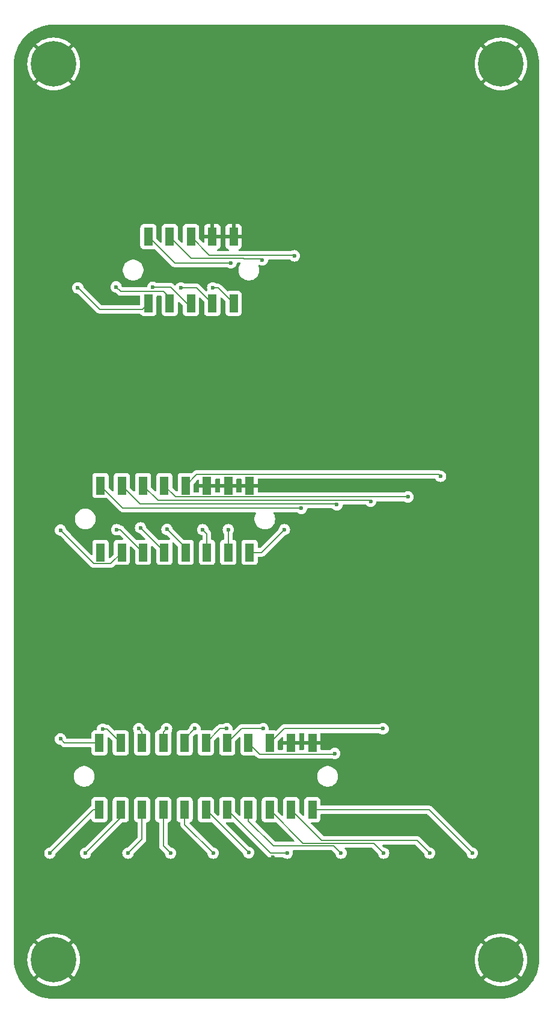
<source format=gbr>
%TF.GenerationSoftware,KiCad,Pcbnew,8.0.4*%
%TF.CreationDate,2024-07-29T20:22:16+09:30*%
%TF.ProjectId,2024_LED_Breakout_Board,32303234-5f4c-4454-945f-427265616b6f,rev?*%
%TF.SameCoordinates,Original*%
%TF.FileFunction,Copper,L2,Bot*%
%TF.FilePolarity,Positive*%
%FSLAX46Y46*%
G04 Gerber Fmt 4.6, Leading zero omitted, Abs format (unit mm)*
G04 Created by KiCad (PCBNEW 8.0.4) date 2024-07-29 20:22:16*
%MOMM*%
%LPD*%
G01*
G04 APERTURE LIST*
%TA.AperFunction,ComponentPad*%
%ADD10C,0.800000*%
%TD*%
%TA.AperFunction,ComponentPad*%
%ADD11C,6.400000*%
%TD*%
%TA.AperFunction,SMDPad,CuDef*%
%ADD12R,1.270000X2.540000*%
%TD*%
%TA.AperFunction,ViaPad*%
%ADD13C,0.600000*%
%TD*%
%TA.AperFunction,Conductor*%
%ADD14C,0.200000*%
%TD*%
G04 APERTURE END LIST*
D10*
%TO.P,H3,1,1*%
%TO.N,GND*%
X191200000Y-70000000D03*
X191902944Y-68302944D03*
X191902944Y-71697056D03*
X193600000Y-67600000D03*
D11*
X193600000Y-70000000D03*
D10*
X193600000Y-72400000D03*
X195297056Y-68302944D03*
X195297056Y-71697056D03*
X196000000Y-70000000D03*
%TD*%
%TO.P,H2,1,1*%
%TO.N,GND*%
X128200000Y-196000000D03*
X128902944Y-194302944D03*
X128902944Y-197697056D03*
X130600000Y-193600000D03*
D11*
X130600000Y-196000000D03*
D10*
X130600000Y-198400000D03*
X132297056Y-194302944D03*
X132297056Y-197697056D03*
X133000000Y-196000000D03*
%TD*%
%TO.P,H4,1,1*%
%TO.N,GND*%
X191200000Y-196000000D03*
X191902944Y-194302944D03*
X191902944Y-197697056D03*
X193600000Y-193600000D03*
D11*
X193600000Y-196000000D03*
D10*
X193600000Y-198400000D03*
X195297056Y-194302944D03*
X195297056Y-197697056D03*
X196000000Y-196000000D03*
%TD*%
%TO.P,H1,1,1*%
%TO.N,GND*%
X128200000Y-70000000D03*
X128902944Y-68302944D03*
X128902944Y-71697056D03*
X130600000Y-67600000D03*
D11*
X130600000Y-70000000D03*
D10*
X130600000Y-72400000D03*
X132297056Y-68302944D03*
X132297056Y-71697056D03*
X133000000Y-70000000D03*
%TD*%
D12*
%TO.P,J2,1,Pin_1*%
%TO.N,+24V*%
X137200000Y-138700000D03*
%TO.P,J2,2,Pin_2*%
%TO.N,/AIR_POWER_24V*%
X140200000Y-138700000D03*
%TO.P,J2,3,Pin_3*%
%TO.N,/SAFETY_24V*%
X143200000Y-138700000D03*
%TO.P,J2,4,Pin_4*%
%TO.N,/MASTER_ACCUMULATOR_24V*%
X146200000Y-138700000D03*
%TO.P,J2,5,Pin_5*%
%TO.N,/SLAVE_ACCUMULATOR_24V*%
X149200000Y-138700000D03*
%TO.P,J2,6,Pin_6*%
%TO.N,/DASH_24V*%
X152200000Y-138700000D03*
%TO.P,J2,7,Pin_7*%
%TO.N,/ECU_24V*%
X155200000Y-138700000D03*
%TO.P,J2,8,Pin_8*%
%TO.N,/HIGH_VOLTAGE_BOX_24V*%
X158200000Y-138700000D03*
%TO.P,J2,9,Pin_9*%
%TO.N,/BREAK_LIGHT_12V*%
X137200000Y-129300000D03*
%TO.P,J2,10,Pin_10*%
%TO.N,/BSPD_12V*%
X140200000Y-129300000D03*
%TO.P,J2,11,Pin_11*%
%TO.N,/24V_RADIATOR_PUMP*%
X143200000Y-129300000D03*
%TO.P,J2,12,Pin_12*%
%TO.N,/24V_RADIATOR_FAN*%
X146200000Y-129300000D03*
%TO.P,J2,13,Pin_13*%
%TO.N,/12V_MOTOR_CONTROLLER*%
X149200000Y-129300000D03*
%TO.P,J2,14,Pin_14*%
%TO.N,GND*%
X152200000Y-129300000D03*
%TO.P,J2,15,Pin_15*%
X155200000Y-129300000D03*
%TO.P,J2,16,Pin_16*%
X158200000Y-129300000D03*
%TD*%
%TO.P,J1,1,Pin_1*%
%TO.N,/POWER_SIG_HIGH*%
X143950000Y-103700000D03*
%TO.P,J1,2,Pin_2*%
%TO.N,/BRAKE_SIG_AMP_HIGH*%
X146950000Y-103700000D03*
%TO.P,J1,3,Pin_3*%
%TO.N,/POWER_SIG_SHORT_HIGH*%
X149950000Y-103700000D03*
%TO.P,J1,4,Pin_4*%
%TO.N,/POWER_SIG_SHORT_GND*%
X152950000Y-103700000D03*
%TO.P,J1,5,Pin_5*%
%TO.N,/BRAKE_SIG_AMP_SHORT_HIGH*%
X155950000Y-103700000D03*
%TO.P,J1,6,Pin_6*%
%TO.N,/BRAKE_SIG_AMP_SHORT_GND*%
X143950000Y-94300000D03*
%TO.P,J1,7,Pin_7*%
%TO.N,/D_BSPD_TRIGGER*%
X146950000Y-94300000D03*
%TO.P,J1,8,Pin_8*%
%TO.N,/BRAKE_LIGHT_SIG*%
X149950000Y-94300000D03*
%TO.P,J1,9,Pin_9*%
%TO.N,GND*%
X152950000Y-94300000D03*
%TO.P,J1,10,Pin_10*%
X155950000Y-94300000D03*
%TD*%
%TO.P,J3,1,Pin_1*%
%TO.N,/DRIVER_OUTPUT*%
X137050000Y-174900000D03*
%TO.P,J3,2,Pin_2*%
%TO.N,/SHOULDER_OUT*%
X140050000Y-174900000D03*
%TO.P,J3,3,Pin_3*%
%TO.N,/HV_PDOC_LED*%
X143050000Y-174900000D03*
%TO.P,J3,4,Pin_4*%
%TO.N,/MA_PDOC_LED*%
X146050000Y-174900000D03*
%TO.P,J3,5,Pin_5*%
%TO.N,/SA_PDOC_LED*%
X149050000Y-174900000D03*
%TO.P,J3,6,Pin_6*%
%TO.N,/PDOC_LED*%
X152050000Y-174900000D03*
%TO.P,J3,7,Pin_7*%
%TO.N,/BSPD_LED*%
X155050000Y-174900000D03*
%TO.P,J3,8,Pin_8*%
%TO.N,/HV_IMD_LED*%
X158050000Y-174900000D03*
%TO.P,J3,9,Pin_9*%
%TO.N,/AMS_LED*%
X161050000Y-174900000D03*
%TO.P,J3,10,Pin_10*%
%TO.N,/FEATHER_OUT*%
X164050000Y-174900000D03*
%TO.P,J3,11,Pin_11*%
%TO.N,/MC_OK_INDICATOR*%
X167050000Y-174900000D03*
%TO.P,J3,12,Pin_12*%
%TO.N,/ECU_OK*%
X137050000Y-165500000D03*
%TO.P,J3,13,Pin_13*%
%TO.N,/CRASH_SENSOR_MONITOR*%
X140050000Y-165500000D03*
%TO.P,J3,14,Pin_14*%
%TO.N,/LEFT_ESTOP_OUT*%
X143050000Y-165500000D03*
%TO.P,J3,15,Pin_15*%
%TO.N,/DASH_ESTOP_OUT*%
X146050000Y-165500000D03*
%TO.P,J3,16,Pin_16*%
%TO.N,/BOTS_OUT*%
X149050000Y-165500000D03*
%TO.P,J3,17,Pin_17*%
%TO.N,/MASTER_ACC_HV_INT_OUT*%
X152050000Y-165500000D03*
%TO.P,J3,18,Pin_18*%
%TO.N,/SLAVE_ACC_HV_INT_OUT*%
X155050000Y-165500000D03*
%TO.P,J3,19,Pin_19*%
%TO.N,/SAFTEY_OUT*%
X158050000Y-165500000D03*
%TO.P,J3,20,Pin_20*%
%TO.N,/AIR_POWER*%
X161050000Y-165500000D03*
%TO.P,J3,21,Pin_21*%
%TO.N,GND*%
X164050000Y-165500000D03*
%TO.P,J3,22,Pin_22*%
X167050000Y-165500000D03*
%TD*%
D13*
%TO.N,/BRAKE_SIG_AMP_SHORT_HIGH*%
X153000000Y-101500000D03*
%TO.N,GND*%
X161500000Y-181600000D03*
X149500000Y-181500000D03*
X165000000Y-88000000D03*
X148000000Y-155000000D03*
X151500000Y-88000000D03*
X156000000Y-122500000D03*
X181000000Y-122500000D03*
X172000000Y-155000000D03*
X160500000Y-88000000D03*
X131500000Y-181500000D03*
X179500000Y-181500000D03*
X137500000Y-181500000D03*
X191363600Y-181660800D03*
X167500000Y-181500000D03*
X160000000Y-155000000D03*
X186000000Y-122500000D03*
X166000000Y-122500000D03*
X131000000Y-122500000D03*
X173500000Y-181500000D03*
X155500000Y-181500000D03*
X176000000Y-122500000D03*
X161000000Y-122500000D03*
X141000000Y-122500000D03*
X156000000Y-88000000D03*
X143500000Y-181500000D03*
X138000000Y-88000000D03*
X136000000Y-155000000D03*
X166000000Y-155000000D03*
X146000000Y-122500000D03*
X154000000Y-155000000D03*
X185500000Y-181500000D03*
X130000000Y-155000000D03*
X151000000Y-122500000D03*
X171000000Y-122500000D03*
X142500000Y-88000000D03*
X136000000Y-122500000D03*
X142000000Y-155000000D03*
X178000000Y-155000000D03*
X147000000Y-88000000D03*
X133500000Y-88000000D03*
%TO.N,/BRAKE_SIG_AMP_SHORT_GND*%
X155575000Y-98000000D03*
%TO.N,/BRAKE_SIG_AMP_HIGH*%
X139393750Y-101368750D03*
%TO.N,/POWER_SIG_SHORT_GND*%
X148500000Y-101500000D03*
%TO.N,/POWER_SIG_HIGH*%
X134000000Y-101500000D03*
%TO.N,/D_BSPD_TRIGGER*%
X159999086Y-97559493D03*
%TO.N,/POWER_SIG_SHORT_HIGH*%
X144575000Y-101400000D03*
%TO.N,/BRAKE_LIGHT_SIG*%
X164500000Y-96995409D03*
%TO.N,/BSPD_12V*%
X170500000Y-132000000D03*
%TO.N,/ECU_24V*%
X155200000Y-135500000D03*
%TO.N,/12V_MOTOR_CONTROLLER*%
X185100000Y-128000000D03*
%TO.N,/BREAK_LIGHT_12V*%
X165500000Y-132500000D03*
%TO.N,/AIR_POWER_24V*%
X131575000Y-135575000D03*
%TO.N,/24V_RADIATOR_FAN*%
X180500000Y-130900000D03*
%TO.N,/MASTER_ACCUMULATOR_24V*%
X142850000Y-135250000D03*
%TO.N,/SLAVE_ACCUMULATOR_24V*%
X146575000Y-135475000D03*
%TO.N,/DASH_24V*%
X151600000Y-135500000D03*
%TO.N,/24V_RADIATOR_PUMP*%
X175250000Y-131500000D03*
%TO.N,/SAFETY_24V*%
X139500000Y-135500000D03*
%TO.N,/HIGH_VOLTAGE_BOX_24V*%
X163100000Y-135500000D03*
%TO.N,/MC_OK_INDICATOR*%
X189575000Y-181000000D03*
%TO.N,/MA_PDOC_LED*%
X147075000Y-181000000D03*
%TO.N,/LEFT_ESTOP_OUT*%
X142600000Y-163500000D03*
%TO.N,/BSPD_LED*%
X163500000Y-181000000D03*
%TO.N,/AIR_POWER*%
X177000000Y-163500000D03*
%TO.N,/HV_PDOC_LED*%
X141075000Y-181000000D03*
%TO.N,/SHOULDER_OUT*%
X135075000Y-181000000D03*
%TO.N,/SA_PDOC_LED*%
X153075000Y-181000000D03*
%TO.N,/SLAVE_ACC_HV_INT_OUT*%
X160100000Y-163500000D03*
%TO.N,/BOTS_OUT*%
X150500000Y-163500000D03*
%TO.N,/PDOC_LED*%
X158075000Y-180925000D03*
%TO.N,/ECU_OK*%
X131562500Y-164937500D03*
%TO.N,/HV_IMD_LED*%
X171075000Y-181000000D03*
%TO.N,/CRASH_SENSOR_MONITOR*%
X137500000Y-163550000D03*
%TO.N,/FEATHER_OUT*%
X183575000Y-181000000D03*
%TO.N,/MASTER_ACC_HV_INT_OUT*%
X155000000Y-163500000D03*
%TO.N,/DRIVER_OUTPUT*%
X130075000Y-181000000D03*
%TO.N,/AMS_LED*%
X177075000Y-181000000D03*
%TO.N,/SAFTEY_OUT*%
X170180000Y-166979600D03*
%TO.N,/DASH_ESTOP_OUT*%
X146500000Y-163500000D03*
%TD*%
D14*
%TO.N,/BRAKE_SIG_AMP_SHORT_HIGH*%
X153000000Y-101500000D02*
X153750000Y-101500000D01*
X153750000Y-101500000D02*
X155950000Y-103700000D01*
%TO.N,/BRAKE_SIG_AMP_SHORT_GND*%
X147650000Y-98000000D02*
X155575000Y-98000000D01*
X143950000Y-94300000D02*
X147650000Y-98000000D01*
%TO.N,/BRAKE_SIG_AMP_HIGH*%
X146075000Y-102000000D02*
X146950000Y-102875000D01*
X140025000Y-102000000D02*
X146075000Y-102000000D01*
X139393750Y-101368750D02*
X140025000Y-102000000D01*
X146950000Y-102875000D02*
X146950000Y-103700000D01*
%TO.N,/POWER_SIG_SHORT_GND*%
X148500000Y-101500000D02*
X150750000Y-101500000D01*
X150750000Y-101500000D02*
X152950000Y-103700000D01*
%TO.N,/POWER_SIG_HIGH*%
X134075000Y-101500000D02*
X137075000Y-104500000D01*
X134000000Y-101500000D02*
X134075000Y-101500000D01*
X137075000Y-104500000D02*
X143150000Y-104500000D01*
X143150000Y-104500000D02*
X143950000Y-103700000D01*
%TO.N,/D_BSPD_TRIGGER*%
X149988242Y-97338242D02*
X146950000Y-94300000D01*
X157445000Y-97445000D02*
X157338242Y-97338242D01*
X157338242Y-97338242D02*
X149988242Y-97338242D01*
X159999086Y-97559493D02*
X159884593Y-97445000D01*
X159884593Y-97445000D02*
X157445000Y-97445000D01*
%TO.N,/POWER_SIG_SHORT_HIGH*%
X149362500Y-103700000D02*
X149950000Y-103700000D01*
X147062500Y-101400000D02*
X149362500Y-103700000D01*
X144575000Y-101400000D02*
X147062500Y-101400000D01*
%TO.N,/BRAKE_LIGHT_SIG*%
X152550000Y-96900000D02*
X149950000Y-94300000D01*
X164404591Y-96900000D02*
X152550000Y-96900000D01*
X164500000Y-96995409D02*
X164404591Y-96900000D01*
%TO.N,/BSPD_12V*%
X142800000Y-131900000D02*
X140200000Y-129300000D01*
X170400000Y-131900000D02*
X142800000Y-131900000D01*
X170500000Y-132000000D02*
X170400000Y-131900000D01*
%TO.N,/ECU_24V*%
X155200000Y-135500000D02*
X155200000Y-138700000D01*
%TO.N,/12V_MOTOR_CONTROLLER*%
X184830000Y-127730000D02*
X150770000Y-127730000D01*
X185100000Y-128000000D02*
X184830000Y-127730000D01*
X150770000Y-127730000D02*
X149200000Y-129300000D01*
%TO.N,/BREAK_LIGHT_12V*%
X140345000Y-132445000D02*
X137200000Y-129300000D01*
X165445000Y-132445000D02*
X140345000Y-132445000D01*
X165500000Y-132500000D02*
X165445000Y-132445000D01*
%TO.N,/AIR_POWER_24V*%
X133100000Y-137100000D02*
X133100000Y-137105000D01*
X136265000Y-140270000D02*
X138630000Y-140270000D01*
X133100000Y-137105000D02*
X136265000Y-140270000D01*
X131575000Y-135575000D02*
X133100000Y-137100000D01*
X138630000Y-140270000D02*
X140200000Y-138700000D01*
%TO.N,/24V_RADIATOR_FAN*%
X147800000Y-130900000D02*
X146200000Y-129300000D01*
X180500000Y-130900000D02*
X147800000Y-130900000D01*
%TO.N,/MASTER_ACCUMULATOR_24V*%
X142850000Y-135250000D02*
X146200000Y-138600000D01*
%TO.N,/SLAVE_ACCUMULATOR_24V*%
X146575000Y-135475000D02*
X149200000Y-138100000D01*
%TO.N,/DASH_24V*%
X152200000Y-136100000D02*
X151600000Y-135500000D01*
X152200000Y-138700000D02*
X152200000Y-136100000D01*
%TO.N,/24V_RADIATOR_PUMP*%
X175150000Y-131400000D02*
X145300000Y-131400000D01*
X175250000Y-131500000D02*
X175150000Y-131400000D01*
X145300000Y-131400000D02*
X143200000Y-129300000D01*
%TO.N,/SAFETY_24V*%
X140000000Y-135500000D02*
X139500000Y-135500000D01*
X143200000Y-138700000D02*
X140000000Y-135500000D01*
%TO.N,/HIGH_VOLTAGE_BOX_24V*%
X159900000Y-138700000D02*
X163100000Y-135500000D01*
X158200000Y-138700000D02*
X159900000Y-138700000D01*
%TO.N,/MC_OK_INDICATOR*%
X183475000Y-174900000D02*
X189575000Y-181000000D01*
X167050000Y-174900000D02*
X183475000Y-174900000D01*
%TO.N,/MA_PDOC_LED*%
X146050000Y-174900000D02*
X146050000Y-179975000D01*
X146050000Y-179975000D02*
X147075000Y-181000000D01*
%TO.N,/LEFT_ESTOP_OUT*%
X143050000Y-163950000D02*
X142600000Y-163500000D01*
X143050000Y-165500000D02*
X143050000Y-163950000D01*
%TO.N,/BSPD_LED*%
X161150000Y-181000000D02*
X155050000Y-174900000D01*
X163500000Y-181000000D02*
X161150000Y-181000000D01*
%TO.N,/AIR_POWER*%
X163050000Y-163500000D02*
X161050000Y-165500000D01*
X177000000Y-163500000D02*
X163050000Y-163500000D01*
%TO.N,/HV_PDOC_LED*%
X143050000Y-179025000D02*
X141075000Y-181000000D01*
X143050000Y-174900000D02*
X143050000Y-179025000D01*
%TO.N,/SHOULDER_OUT*%
X140050000Y-174900000D02*
X140050000Y-176025000D01*
X140050000Y-176025000D02*
X135075000Y-181000000D01*
%TO.N,/SA_PDOC_LED*%
X149050000Y-174900000D02*
X149050000Y-176975000D01*
X149050000Y-176975000D02*
X153075000Y-181000000D01*
%TO.N,/SLAVE_ACC_HV_INT_OUT*%
X155050000Y-165500000D02*
X157050000Y-163500000D01*
X157050000Y-163500000D02*
X160100000Y-163500000D01*
%TO.N,/BOTS_OUT*%
X150500000Y-163500000D02*
X149050000Y-164950000D01*
X149050000Y-164950000D02*
X149050000Y-165500000D01*
%TO.N,/PDOC_LED*%
X158075000Y-180925000D02*
X152050000Y-174900000D01*
%TO.N,/ECU_OK*%
X131562500Y-164937500D02*
X132125000Y-165500000D01*
X132125000Y-165500000D02*
X137050000Y-165500000D01*
%TO.N,/HV_IMD_LED*%
X158050000Y-174900000D02*
X158050000Y-176475000D01*
X170075000Y-180000000D02*
X171075000Y-181000000D01*
X158050000Y-176475000D02*
X161575000Y-180000000D01*
X161575000Y-180000000D02*
X170075000Y-180000000D01*
%TO.N,/CRASH_SENSOR_MONITOR*%
X137500000Y-163550000D02*
X138100000Y-163550000D01*
X138100000Y-163550000D02*
X140050000Y-165500000D01*
%TO.N,/FEATHER_OUT*%
X181775000Y-179200000D02*
X183575000Y-181000000D01*
X168350000Y-179200000D02*
X181775000Y-179200000D01*
X164050000Y-174900000D02*
X168350000Y-179200000D01*
%TO.N,/MASTER_ACC_HV_INT_OUT*%
X154050000Y-163500000D02*
X152050000Y-165500000D01*
X155000000Y-163500000D02*
X154050000Y-163500000D01*
%TO.N,/DRIVER_OUTPUT*%
X137050000Y-174900000D02*
X136175000Y-174900000D01*
X136175000Y-174900000D02*
X130075000Y-181000000D01*
%TO.N,/AMS_LED*%
X175675000Y-179600000D02*
X177075000Y-181000000D01*
X161050000Y-174900000D02*
X165750000Y-179600000D01*
X165750000Y-179600000D02*
X175675000Y-179600000D01*
%TO.N,/SAFTEY_OUT*%
X170180000Y-166979600D02*
X170089600Y-167070000D01*
X159620000Y-167070000D02*
X158050000Y-165500000D01*
X170089600Y-167070000D02*
X159620000Y-167070000D01*
%TO.N,/DASH_ESTOP_OUT*%
X146050000Y-163950000D02*
X146050000Y-165500000D01*
X146500000Y-163500000D02*
X146050000Y-163950000D01*
%TD*%
%TA.AperFunction,Conductor*%
%TO.N,GND*%
G36*
X193502562Y-64500605D02*
G01*
X193949036Y-64519072D01*
X193959209Y-64519915D01*
X194400114Y-64574873D01*
X194410194Y-64576555D01*
X194845042Y-64667733D01*
X194854950Y-64670242D01*
X195280786Y-64797019D01*
X195290454Y-64800338D01*
X195631430Y-64933388D01*
X195704339Y-64961838D01*
X195713724Y-64965954D01*
X196112869Y-65161083D01*
X196121877Y-65165958D01*
X196503544Y-65393383D01*
X196512123Y-65398989D01*
X196873693Y-65657144D01*
X196881775Y-65663435D01*
X197220796Y-65950571D01*
X197228336Y-65957512D01*
X197542487Y-66271663D01*
X197549428Y-66279203D01*
X197836564Y-66618224D01*
X197842859Y-66626312D01*
X198101010Y-66987876D01*
X198106616Y-66996455D01*
X198334041Y-67378122D01*
X198338919Y-67387136D01*
X198534045Y-67786275D01*
X198538161Y-67795660D01*
X198699656Y-68209533D01*
X198702984Y-68219226D01*
X198829753Y-68645036D01*
X198832269Y-68654971D01*
X198923441Y-69089791D01*
X198925128Y-69099900D01*
X198980082Y-69540769D01*
X198980928Y-69550983D01*
X198999394Y-69997437D01*
X198999500Y-70002561D01*
X198999500Y-195997438D01*
X198999394Y-196002562D01*
X198980928Y-196449016D01*
X198980082Y-196459230D01*
X198925128Y-196900099D01*
X198923441Y-196910208D01*
X198832269Y-197345028D01*
X198829753Y-197354963D01*
X198702984Y-197780773D01*
X198699656Y-197790466D01*
X198538161Y-198204339D01*
X198534045Y-198213724D01*
X198338919Y-198612863D01*
X198334041Y-198621877D01*
X198106616Y-199003544D01*
X198101010Y-199012123D01*
X197842859Y-199373687D01*
X197836564Y-199381775D01*
X197549428Y-199720796D01*
X197542487Y-199728336D01*
X197228336Y-200042487D01*
X197220796Y-200049428D01*
X196881775Y-200336564D01*
X196873687Y-200342859D01*
X196512123Y-200601010D01*
X196503544Y-200606616D01*
X196121877Y-200834041D01*
X196112863Y-200838919D01*
X195713724Y-201034045D01*
X195704339Y-201038161D01*
X195290466Y-201199656D01*
X195280773Y-201202984D01*
X194854963Y-201329753D01*
X194845028Y-201332269D01*
X194410208Y-201423441D01*
X194400099Y-201425128D01*
X193959230Y-201480082D01*
X193949016Y-201480928D01*
X193502563Y-201499394D01*
X193497439Y-201499500D01*
X130502561Y-201499500D01*
X130497437Y-201499394D01*
X130050983Y-201480928D01*
X130040769Y-201480082D01*
X129599900Y-201425128D01*
X129589791Y-201423441D01*
X129154971Y-201332269D01*
X129145036Y-201329753D01*
X128719226Y-201202984D01*
X128709533Y-201199656D01*
X128295660Y-201038161D01*
X128286275Y-201034045D01*
X127887136Y-200838919D01*
X127878122Y-200834041D01*
X127496455Y-200606616D01*
X127487876Y-200601010D01*
X127126312Y-200342859D01*
X127118224Y-200336564D01*
X126779203Y-200049428D01*
X126771663Y-200042487D01*
X126457512Y-199728336D01*
X126450571Y-199720796D01*
X126163435Y-199381775D01*
X126157140Y-199373687D01*
X125898989Y-199012123D01*
X125893383Y-199003544D01*
X125665958Y-198621877D01*
X125661080Y-198612863D01*
X125465954Y-198213724D01*
X125461838Y-198204339D01*
X125324566Y-197852543D01*
X125300338Y-197790454D01*
X125297019Y-197780786D01*
X125170242Y-197354950D01*
X125167733Y-197345042D01*
X125076555Y-196910194D01*
X125074873Y-196900114D01*
X125019915Y-196459209D01*
X125019072Y-196449036D01*
X125000606Y-196002562D01*
X125000553Y-195999999D01*
X126894922Y-195999999D01*
X126894922Y-196000000D01*
X126915219Y-196387287D01*
X126975886Y-196770323D01*
X126975887Y-196770330D01*
X127076262Y-197144936D01*
X127215244Y-197506994D01*
X127391310Y-197852543D01*
X127602531Y-198177793D01*
X127811095Y-198435350D01*
X127811096Y-198435350D01*
X129305748Y-196940698D01*
X129379588Y-197042330D01*
X129557670Y-197220412D01*
X129659300Y-197294251D01*
X128164648Y-198788903D01*
X128164649Y-198788904D01*
X128422206Y-198997468D01*
X128747456Y-199208689D01*
X129093005Y-199384755D01*
X129455063Y-199523737D01*
X129829669Y-199624112D01*
X129829676Y-199624113D01*
X130212712Y-199684780D01*
X130599999Y-199705078D01*
X130600001Y-199705078D01*
X130987287Y-199684780D01*
X131370323Y-199624113D01*
X131370330Y-199624112D01*
X131744936Y-199523737D01*
X132106994Y-199384755D01*
X132452543Y-199208689D01*
X132777783Y-198997476D01*
X132777785Y-198997475D01*
X133035349Y-198788902D01*
X131540698Y-197294251D01*
X131642330Y-197220412D01*
X131820412Y-197042330D01*
X131894251Y-196940698D01*
X133388902Y-198435349D01*
X133597475Y-198177785D01*
X133597476Y-198177783D01*
X133808689Y-197852543D01*
X133984755Y-197506994D01*
X134123737Y-197144936D01*
X134224112Y-196770330D01*
X134224113Y-196770323D01*
X134284780Y-196387287D01*
X134305078Y-196000000D01*
X134305078Y-195999999D01*
X189894922Y-195999999D01*
X189894922Y-196000000D01*
X189915219Y-196387287D01*
X189975886Y-196770323D01*
X189975887Y-196770330D01*
X190076262Y-197144936D01*
X190215244Y-197506994D01*
X190391310Y-197852543D01*
X190602531Y-198177793D01*
X190811095Y-198435350D01*
X190811096Y-198435350D01*
X192305748Y-196940698D01*
X192379588Y-197042330D01*
X192557670Y-197220412D01*
X192659300Y-197294251D01*
X191164648Y-198788903D01*
X191164649Y-198788904D01*
X191422206Y-198997468D01*
X191747456Y-199208689D01*
X192093005Y-199384755D01*
X192455063Y-199523737D01*
X192829669Y-199624112D01*
X192829676Y-199624113D01*
X193212712Y-199684780D01*
X193599999Y-199705078D01*
X193600001Y-199705078D01*
X193987287Y-199684780D01*
X194370323Y-199624113D01*
X194370330Y-199624112D01*
X194744936Y-199523737D01*
X195106994Y-199384755D01*
X195452543Y-199208689D01*
X195777783Y-198997476D01*
X195777785Y-198997475D01*
X196035349Y-198788902D01*
X194540698Y-197294251D01*
X194642330Y-197220412D01*
X194820412Y-197042330D01*
X194894251Y-196940698D01*
X196388902Y-198435349D01*
X196597475Y-198177785D01*
X196597476Y-198177783D01*
X196808689Y-197852543D01*
X196984755Y-197506994D01*
X197123737Y-197144936D01*
X197224112Y-196770330D01*
X197224113Y-196770323D01*
X197284780Y-196387287D01*
X197305078Y-196000000D01*
X197305078Y-195999999D01*
X197284780Y-195612712D01*
X197224113Y-195229676D01*
X197224112Y-195229669D01*
X197123737Y-194855063D01*
X196984755Y-194493005D01*
X196808689Y-194147456D01*
X196597468Y-193822206D01*
X196388904Y-193564649D01*
X196388903Y-193564648D01*
X194894251Y-195059300D01*
X194820412Y-194957670D01*
X194642330Y-194779588D01*
X194540698Y-194705748D01*
X196035350Y-193211096D01*
X196035350Y-193211095D01*
X195777793Y-193002531D01*
X195452543Y-192791310D01*
X195106994Y-192615244D01*
X194744936Y-192476262D01*
X194370330Y-192375887D01*
X194370323Y-192375886D01*
X193987287Y-192315219D01*
X193600001Y-192294922D01*
X193599999Y-192294922D01*
X193212712Y-192315219D01*
X192829676Y-192375886D01*
X192829669Y-192375887D01*
X192455063Y-192476262D01*
X192093005Y-192615244D01*
X191747456Y-192791310D01*
X191422206Y-193002531D01*
X191164648Y-193211095D01*
X191164648Y-193211096D01*
X192659301Y-194705748D01*
X192557670Y-194779588D01*
X192379588Y-194957670D01*
X192305748Y-195059300D01*
X190811096Y-193564648D01*
X190811095Y-193564648D01*
X190602531Y-193822206D01*
X190391310Y-194147456D01*
X190215244Y-194493005D01*
X190076262Y-194855063D01*
X189975887Y-195229669D01*
X189975886Y-195229676D01*
X189915219Y-195612712D01*
X189894922Y-195999999D01*
X134305078Y-195999999D01*
X134284780Y-195612712D01*
X134224113Y-195229676D01*
X134224112Y-195229669D01*
X134123737Y-194855063D01*
X133984755Y-194493005D01*
X133808689Y-194147456D01*
X133597468Y-193822206D01*
X133388904Y-193564649D01*
X133388903Y-193564648D01*
X131894251Y-195059300D01*
X131820412Y-194957670D01*
X131642330Y-194779588D01*
X131540698Y-194705748D01*
X133035350Y-193211096D01*
X133035350Y-193211095D01*
X132777793Y-193002531D01*
X132452543Y-192791310D01*
X132106994Y-192615244D01*
X131744936Y-192476262D01*
X131370330Y-192375887D01*
X131370323Y-192375886D01*
X130987287Y-192315219D01*
X130600001Y-192294922D01*
X130599999Y-192294922D01*
X130212712Y-192315219D01*
X129829676Y-192375886D01*
X129829669Y-192375887D01*
X129455063Y-192476262D01*
X129093005Y-192615244D01*
X128747456Y-192791310D01*
X128422206Y-193002531D01*
X128164648Y-193211095D01*
X128164648Y-193211096D01*
X129659301Y-194705748D01*
X129557670Y-194779588D01*
X129379588Y-194957670D01*
X129305748Y-195059300D01*
X127811096Y-193564648D01*
X127811095Y-193564648D01*
X127602531Y-193822206D01*
X127391310Y-194147456D01*
X127215244Y-194493005D01*
X127076262Y-194855063D01*
X126975887Y-195229669D01*
X126975886Y-195229676D01*
X126915219Y-195612712D01*
X126894922Y-195999999D01*
X125000553Y-195999999D01*
X125000500Y-195997438D01*
X125000500Y-180999996D01*
X129269435Y-180999996D01*
X129269435Y-181000003D01*
X129289630Y-181179249D01*
X129289631Y-181179254D01*
X129349211Y-181349523D01*
X129431525Y-181480524D01*
X129445184Y-181502262D01*
X129572738Y-181629816D01*
X129663080Y-181686582D01*
X129700935Y-181710368D01*
X129725478Y-181725789D01*
X129895745Y-181785368D01*
X129895750Y-181785369D01*
X130074996Y-181805565D01*
X130075000Y-181805565D01*
X130075004Y-181805565D01*
X130254249Y-181785369D01*
X130254252Y-181785368D01*
X130254255Y-181785368D01*
X130424522Y-181725789D01*
X130577262Y-181629816D01*
X130704816Y-181502262D01*
X130800789Y-181349522D01*
X130860368Y-181179255D01*
X130870161Y-181092329D01*
X130897226Y-181027918D01*
X130905690Y-181018543D01*
X130924237Y-180999996D01*
X134269435Y-180999996D01*
X134269435Y-181000003D01*
X134289630Y-181179249D01*
X134289631Y-181179254D01*
X134349211Y-181349523D01*
X134431525Y-181480524D01*
X134445184Y-181502262D01*
X134572738Y-181629816D01*
X134663080Y-181686582D01*
X134700935Y-181710368D01*
X134725478Y-181725789D01*
X134895745Y-181785368D01*
X134895750Y-181785369D01*
X135074996Y-181805565D01*
X135075000Y-181805565D01*
X135075004Y-181805565D01*
X135254249Y-181785369D01*
X135254252Y-181785368D01*
X135254255Y-181785368D01*
X135424522Y-181725789D01*
X135577262Y-181629816D01*
X135704816Y-181502262D01*
X135800789Y-181349522D01*
X135860368Y-181179255D01*
X135870161Y-181092329D01*
X135897226Y-181027918D01*
X135905690Y-181018543D01*
X135924237Y-180999996D01*
X140269435Y-180999996D01*
X140269435Y-181000003D01*
X140289630Y-181179249D01*
X140289631Y-181179254D01*
X140349211Y-181349523D01*
X140431525Y-181480524D01*
X140445184Y-181502262D01*
X140572738Y-181629816D01*
X140663080Y-181686582D01*
X140700935Y-181710368D01*
X140725478Y-181725789D01*
X140895745Y-181785368D01*
X140895750Y-181785369D01*
X141074996Y-181805565D01*
X141075000Y-181805565D01*
X141075004Y-181805565D01*
X141254249Y-181785369D01*
X141254252Y-181785368D01*
X141254255Y-181785368D01*
X141424522Y-181725789D01*
X141577262Y-181629816D01*
X141704816Y-181502262D01*
X141800789Y-181349522D01*
X141860368Y-181179255D01*
X141870161Y-181092329D01*
X141897226Y-181027918D01*
X141905690Y-181018543D01*
X143530520Y-179393716D01*
X143609577Y-179256785D01*
X143650501Y-179104057D01*
X143650501Y-178945942D01*
X143650501Y-178938347D01*
X143650500Y-178938329D01*
X143650500Y-176790738D01*
X143670185Y-176723699D01*
X143722989Y-176677944D01*
X143761247Y-176667448D01*
X143792483Y-176664091D01*
X143927331Y-176613796D01*
X144042546Y-176527546D01*
X144128796Y-176412331D01*
X144179091Y-176277483D01*
X144185500Y-176217873D01*
X144185499Y-173582135D01*
X144914500Y-173582135D01*
X144914500Y-176217870D01*
X144914501Y-176217876D01*
X144920908Y-176277483D01*
X144971202Y-176412328D01*
X144971206Y-176412335D01*
X145057452Y-176527544D01*
X145057455Y-176527547D01*
X145172664Y-176613793D01*
X145172671Y-176613797D01*
X145307517Y-176664091D01*
X145307515Y-176664091D01*
X145338756Y-176667450D01*
X145403307Y-176694188D01*
X145443155Y-176751581D01*
X145449500Y-176790739D01*
X145449500Y-179888330D01*
X145449499Y-179888348D01*
X145449499Y-180054054D01*
X145449498Y-180054054D01*
X145449499Y-180054057D01*
X145490423Y-180206785D01*
X145490424Y-180206786D01*
X145504856Y-180231785D01*
X145504857Y-180231786D01*
X145569475Y-180343709D01*
X145569481Y-180343717D01*
X145688349Y-180462585D01*
X145688355Y-180462590D01*
X146244298Y-181018533D01*
X146277783Y-181079856D01*
X146279837Y-181092330D01*
X146289630Y-181179249D01*
X146349210Y-181349521D01*
X146398058Y-181427262D01*
X146445184Y-181502262D01*
X146572738Y-181629816D01*
X146663080Y-181686582D01*
X146700935Y-181710368D01*
X146725478Y-181725789D01*
X146895745Y-181785368D01*
X146895750Y-181785369D01*
X147074996Y-181805565D01*
X147075000Y-181805565D01*
X147075004Y-181805565D01*
X147254249Y-181785369D01*
X147254252Y-181785368D01*
X147254255Y-181785368D01*
X147424522Y-181725789D01*
X147577262Y-181629816D01*
X147704816Y-181502262D01*
X147800789Y-181349522D01*
X147860368Y-181179255D01*
X147860369Y-181179249D01*
X147880565Y-181000003D01*
X147880565Y-180999996D01*
X147860369Y-180820750D01*
X147860368Y-180820745D01*
X147800788Y-180650476D01*
X147704815Y-180497737D01*
X147577262Y-180370184D01*
X147424521Y-180274210D01*
X147276849Y-180222538D01*
X147254255Y-180214632D01*
X147254254Y-180214631D01*
X147254249Y-180214630D01*
X147167330Y-180204837D01*
X147102916Y-180177770D01*
X147093533Y-180169298D01*
X146686819Y-179762584D01*
X146653334Y-179701261D01*
X146650500Y-179674903D01*
X146650500Y-176790738D01*
X146670185Y-176723699D01*
X146722989Y-176677944D01*
X146761247Y-176667448D01*
X146792483Y-176664091D01*
X146927331Y-176613796D01*
X147042546Y-176527546D01*
X147128796Y-176412331D01*
X147179091Y-176277483D01*
X147185500Y-176217873D01*
X147185499Y-173582135D01*
X147914500Y-173582135D01*
X147914500Y-176217870D01*
X147914501Y-176217876D01*
X147920908Y-176277483D01*
X147971202Y-176412328D01*
X147971206Y-176412335D01*
X148057452Y-176527544D01*
X148057455Y-176527547D01*
X148172664Y-176613793D01*
X148172671Y-176613797D01*
X148307517Y-176664091D01*
X148307515Y-176664091D01*
X148338756Y-176667450D01*
X148403307Y-176694188D01*
X148443155Y-176751581D01*
X148449500Y-176790739D01*
X148449500Y-176888330D01*
X148449499Y-176888348D01*
X148449499Y-177054054D01*
X148449498Y-177054054D01*
X148490423Y-177206785D01*
X148519358Y-177256900D01*
X148519359Y-177256904D01*
X148519360Y-177256904D01*
X148569479Y-177343714D01*
X148569481Y-177343717D01*
X148688349Y-177462585D01*
X148688355Y-177462590D01*
X152244298Y-181018534D01*
X152277783Y-181079857D01*
X152279837Y-181092331D01*
X152289630Y-181179249D01*
X152349210Y-181349521D01*
X152398058Y-181427262D01*
X152445184Y-181502262D01*
X152572738Y-181629816D01*
X152663080Y-181686582D01*
X152700935Y-181710368D01*
X152725478Y-181725789D01*
X152895745Y-181785368D01*
X152895750Y-181785369D01*
X153074996Y-181805565D01*
X153075000Y-181805565D01*
X153075004Y-181805565D01*
X153254249Y-181785369D01*
X153254252Y-181785368D01*
X153254255Y-181785368D01*
X153424522Y-181725789D01*
X153577262Y-181629816D01*
X153704816Y-181502262D01*
X153800789Y-181349522D01*
X153860368Y-181179255D01*
X153860369Y-181179249D01*
X153880565Y-181000003D01*
X153880565Y-180999996D01*
X153860369Y-180820750D01*
X153860368Y-180820745D01*
X153800788Y-180650476D01*
X153704815Y-180497737D01*
X153577262Y-180370184D01*
X153424521Y-180274210D01*
X153276849Y-180222538D01*
X153254255Y-180214632D01*
X153254254Y-180214631D01*
X153254249Y-180214630D01*
X153167331Y-180204837D01*
X153102917Y-180177770D01*
X153093534Y-180169298D01*
X149780222Y-176855986D01*
X149746737Y-176794663D01*
X149751721Y-176724971D01*
X149793593Y-176669038D01*
X149824571Y-176652123D01*
X149927326Y-176613798D01*
X149927326Y-176613797D01*
X149927331Y-176613796D01*
X150042546Y-176527546D01*
X150128796Y-176412331D01*
X150179091Y-176277483D01*
X150185500Y-176217873D01*
X150185499Y-173582135D01*
X150914500Y-173582135D01*
X150914500Y-176217870D01*
X150914501Y-176217876D01*
X150920908Y-176277483D01*
X150971202Y-176412328D01*
X150971206Y-176412335D01*
X151057452Y-176527544D01*
X151057455Y-176527547D01*
X151172664Y-176613793D01*
X151172671Y-176613797D01*
X151307517Y-176664091D01*
X151307516Y-176664091D01*
X151314444Y-176664835D01*
X151367127Y-176670500D01*
X152732872Y-176670499D01*
X152792483Y-176664091D01*
X152843362Y-176645113D01*
X152913054Y-176640129D01*
X152974375Y-176673611D01*
X152974378Y-176673614D01*
X157244298Y-180943534D01*
X157277783Y-181004857D01*
X157279837Y-181017331D01*
X157289630Y-181104249D01*
X157349210Y-181274521D01*
X157396337Y-181349523D01*
X157445184Y-181427262D01*
X157572738Y-181554816D01*
X157645444Y-181600500D01*
X157692096Y-181629814D01*
X157725478Y-181650789D01*
X157895745Y-181710368D01*
X157895750Y-181710369D01*
X158074996Y-181730565D01*
X158075000Y-181730565D01*
X158075004Y-181730565D01*
X158254249Y-181710369D01*
X158254252Y-181710368D01*
X158254255Y-181710368D01*
X158424522Y-181650789D01*
X158577262Y-181554816D01*
X158704816Y-181427262D01*
X158800789Y-181274522D01*
X158860368Y-181104255D01*
X158860369Y-181104249D01*
X158880565Y-180925003D01*
X158880565Y-180924996D01*
X158860369Y-180745750D01*
X158860368Y-180745745D01*
X158842848Y-180695676D01*
X158800789Y-180575478D01*
X158704816Y-180422738D01*
X158577262Y-180295184D01*
X158476365Y-180231786D01*
X158424521Y-180199210D01*
X158254249Y-180139630D01*
X158167331Y-180129837D01*
X158102917Y-180102770D01*
X158093534Y-180094298D01*
X154881416Y-176882180D01*
X154847931Y-176820857D01*
X154852915Y-176751165D01*
X154894787Y-176695232D01*
X154960251Y-176670815D01*
X154969097Y-176670499D01*
X155732871Y-176670499D01*
X155732872Y-176670499D01*
X155792483Y-176664091D01*
X155843362Y-176645113D01*
X155913054Y-176640129D01*
X155974375Y-176673611D01*
X160781284Y-181480520D01*
X160781286Y-181480521D01*
X160781290Y-181480524D01*
X160909968Y-181554815D01*
X160918216Y-181559577D01*
X161070943Y-181600501D01*
X161070945Y-181600501D01*
X161236654Y-181600501D01*
X161236670Y-181600500D01*
X162917588Y-181600500D01*
X162984627Y-181620185D01*
X162994903Y-181627555D01*
X162997736Y-181629814D01*
X162997738Y-181629816D01*
X163111270Y-181701152D01*
X163125935Y-181710368D01*
X163150478Y-181725789D01*
X163320745Y-181785368D01*
X163320750Y-181785369D01*
X163499996Y-181805565D01*
X163500000Y-181805565D01*
X163500004Y-181805565D01*
X163679249Y-181785369D01*
X163679252Y-181785368D01*
X163679255Y-181785368D01*
X163849522Y-181725789D01*
X164002262Y-181629816D01*
X164129816Y-181502262D01*
X164225789Y-181349522D01*
X164285368Y-181179255D01*
X164285369Y-181179249D01*
X164305565Y-181000003D01*
X164305565Y-180999996D01*
X164285369Y-180820750D01*
X164285366Y-180820737D01*
X164266022Y-180765455D01*
X164262460Y-180695676D01*
X164297188Y-180635049D01*
X164359182Y-180602821D01*
X164383063Y-180600500D01*
X169774903Y-180600500D01*
X169841942Y-180620185D01*
X169862584Y-180636819D01*
X170244298Y-181018533D01*
X170277783Y-181079856D01*
X170279837Y-181092330D01*
X170289630Y-181179249D01*
X170349210Y-181349521D01*
X170398058Y-181427262D01*
X170445184Y-181502262D01*
X170572738Y-181629816D01*
X170663080Y-181686582D01*
X170700935Y-181710368D01*
X170725478Y-181725789D01*
X170895745Y-181785368D01*
X170895750Y-181785369D01*
X171074996Y-181805565D01*
X171075000Y-181805565D01*
X171075004Y-181805565D01*
X171254249Y-181785369D01*
X171254252Y-181785368D01*
X171254255Y-181785368D01*
X171424522Y-181725789D01*
X171577262Y-181629816D01*
X171704816Y-181502262D01*
X171800789Y-181349522D01*
X171860368Y-181179255D01*
X171860369Y-181179249D01*
X171880565Y-181000003D01*
X171880565Y-180999996D01*
X171860369Y-180820750D01*
X171860368Y-180820745D01*
X171800788Y-180650476D01*
X171704815Y-180497737D01*
X171619259Y-180412181D01*
X171585774Y-180350858D01*
X171590758Y-180281166D01*
X171632630Y-180225233D01*
X171698094Y-180200816D01*
X171706940Y-180200500D01*
X175374903Y-180200500D01*
X175441942Y-180220185D01*
X175462584Y-180236819D01*
X176244298Y-181018533D01*
X176277783Y-181079856D01*
X176279837Y-181092330D01*
X176289630Y-181179249D01*
X176349210Y-181349521D01*
X176398058Y-181427262D01*
X176445184Y-181502262D01*
X176572738Y-181629816D01*
X176663080Y-181686582D01*
X176700935Y-181710368D01*
X176725478Y-181725789D01*
X176895745Y-181785368D01*
X176895750Y-181785369D01*
X177074996Y-181805565D01*
X177075000Y-181805565D01*
X177075004Y-181805565D01*
X177254249Y-181785369D01*
X177254252Y-181785368D01*
X177254255Y-181785368D01*
X177424522Y-181725789D01*
X177577262Y-181629816D01*
X177704816Y-181502262D01*
X177800789Y-181349522D01*
X177860368Y-181179255D01*
X177860369Y-181179249D01*
X177880565Y-181000003D01*
X177880565Y-180999996D01*
X177860369Y-180820750D01*
X177860368Y-180820745D01*
X177800788Y-180650476D01*
X177704815Y-180497737D01*
X177577262Y-180370184D01*
X177424521Y-180274210D01*
X177276849Y-180222538D01*
X177254255Y-180214632D01*
X177254254Y-180214631D01*
X177254249Y-180214630D01*
X177167330Y-180204837D01*
X177102916Y-180177770D01*
X177093533Y-180169298D01*
X176936416Y-180012181D01*
X176902931Y-179950858D01*
X176907915Y-179881166D01*
X176949787Y-179825233D01*
X177015251Y-179800816D01*
X177024097Y-179800500D01*
X181474903Y-179800500D01*
X181541942Y-179820185D01*
X181562584Y-179836819D01*
X182744298Y-181018533D01*
X182777783Y-181079856D01*
X182779837Y-181092330D01*
X182789630Y-181179249D01*
X182849210Y-181349521D01*
X182898058Y-181427262D01*
X182945184Y-181502262D01*
X183072738Y-181629816D01*
X183163080Y-181686582D01*
X183200935Y-181710368D01*
X183225478Y-181725789D01*
X183395745Y-181785368D01*
X183395750Y-181785369D01*
X183574996Y-181805565D01*
X183575000Y-181805565D01*
X183575004Y-181805565D01*
X183754249Y-181785369D01*
X183754252Y-181785368D01*
X183754255Y-181785368D01*
X183924522Y-181725789D01*
X184077262Y-181629816D01*
X184204816Y-181502262D01*
X184300789Y-181349522D01*
X184360368Y-181179255D01*
X184360369Y-181179249D01*
X184380565Y-181000003D01*
X184380565Y-180999996D01*
X184360369Y-180820750D01*
X184360368Y-180820745D01*
X184300788Y-180650476D01*
X184204815Y-180497737D01*
X184077262Y-180370184D01*
X183924521Y-180274210D01*
X183776849Y-180222538D01*
X183754255Y-180214632D01*
X183754254Y-180214631D01*
X183754249Y-180214630D01*
X183667330Y-180204837D01*
X183602916Y-180177770D01*
X183593533Y-180169298D01*
X182262590Y-178838355D01*
X182262588Y-178838352D01*
X182143717Y-178719481D01*
X182143716Y-178719480D01*
X182056904Y-178669360D01*
X182056904Y-178669359D01*
X182056900Y-178669358D01*
X182006785Y-178640423D01*
X181854057Y-178599499D01*
X181695943Y-178599499D01*
X181688347Y-178599499D01*
X181688331Y-178599500D01*
X168650097Y-178599500D01*
X168583058Y-178579815D01*
X168562416Y-178563181D01*
X166881415Y-176882180D01*
X166847930Y-176820857D01*
X166852914Y-176751165D01*
X166894786Y-176695232D01*
X166960250Y-176670815D01*
X166969096Y-176670499D01*
X167732871Y-176670499D01*
X167732872Y-176670499D01*
X167792483Y-176664091D01*
X167927331Y-176613796D01*
X168042546Y-176527546D01*
X168128796Y-176412331D01*
X168179091Y-176277483D01*
X168185500Y-176217873D01*
X168185500Y-175624500D01*
X168205185Y-175557461D01*
X168257989Y-175511706D01*
X168309500Y-175500500D01*
X183174903Y-175500500D01*
X183241942Y-175520185D01*
X183262584Y-175536819D01*
X188744298Y-181018534D01*
X188777783Y-181079857D01*
X188779837Y-181092331D01*
X188789630Y-181179249D01*
X188849210Y-181349521D01*
X188898058Y-181427262D01*
X188945184Y-181502262D01*
X189072738Y-181629816D01*
X189163080Y-181686582D01*
X189200935Y-181710368D01*
X189225478Y-181725789D01*
X189395745Y-181785368D01*
X189395750Y-181785369D01*
X189574996Y-181805565D01*
X189575000Y-181805565D01*
X189575004Y-181805565D01*
X189754249Y-181785369D01*
X189754252Y-181785368D01*
X189754255Y-181785368D01*
X189924522Y-181725789D01*
X190077262Y-181629816D01*
X190204816Y-181502262D01*
X190300789Y-181349522D01*
X190360368Y-181179255D01*
X190360369Y-181179249D01*
X190380565Y-181000003D01*
X190380565Y-180999996D01*
X190360369Y-180820750D01*
X190360368Y-180820745D01*
X190300788Y-180650476D01*
X190204815Y-180497737D01*
X190077262Y-180370184D01*
X189924521Y-180274210D01*
X189776849Y-180222538D01*
X189754255Y-180214632D01*
X189754254Y-180214631D01*
X189754249Y-180214630D01*
X189667331Y-180204837D01*
X189602917Y-180177770D01*
X189593534Y-180169298D01*
X183962590Y-174538355D01*
X183962588Y-174538352D01*
X183843717Y-174419481D01*
X183843716Y-174419480D01*
X183756904Y-174369360D01*
X183756904Y-174369359D01*
X183756900Y-174369358D01*
X183706785Y-174340423D01*
X183554057Y-174299499D01*
X183395943Y-174299499D01*
X183388347Y-174299499D01*
X183388331Y-174299500D01*
X168309499Y-174299500D01*
X168242460Y-174279815D01*
X168196705Y-174227011D01*
X168185499Y-174175500D01*
X168185499Y-173582129D01*
X168185498Y-173582123D01*
X168185497Y-173582116D01*
X168179091Y-173522517D01*
X168128796Y-173387669D01*
X168128795Y-173387668D01*
X168128793Y-173387664D01*
X168042547Y-173272455D01*
X168042544Y-173272452D01*
X167927335Y-173186206D01*
X167927328Y-173186202D01*
X167792482Y-173135908D01*
X167792483Y-173135908D01*
X167732883Y-173129501D01*
X167732881Y-173129500D01*
X167732873Y-173129500D01*
X167732864Y-173129500D01*
X166367129Y-173129500D01*
X166367123Y-173129501D01*
X166307516Y-173135908D01*
X166172671Y-173186202D01*
X166172664Y-173186206D01*
X166057455Y-173272452D01*
X166057452Y-173272455D01*
X165971206Y-173387664D01*
X165971202Y-173387671D01*
X165920908Y-173522517D01*
X165914501Y-173582116D01*
X165914501Y-173582123D01*
X165914500Y-173582135D01*
X165914500Y-175615903D01*
X165894815Y-175682942D01*
X165842011Y-175728697D01*
X165772853Y-175738641D01*
X165709297Y-175709616D01*
X165702819Y-175703584D01*
X165221818Y-175222583D01*
X165188333Y-175161260D01*
X165185499Y-175134902D01*
X165185499Y-173582129D01*
X165185498Y-173582123D01*
X165185497Y-173582116D01*
X165179091Y-173522517D01*
X165128796Y-173387669D01*
X165128795Y-173387668D01*
X165128793Y-173387664D01*
X165042547Y-173272455D01*
X165042544Y-173272452D01*
X164927335Y-173186206D01*
X164927328Y-173186202D01*
X164792482Y-173135908D01*
X164792483Y-173135908D01*
X164732883Y-173129501D01*
X164732881Y-173129500D01*
X164732873Y-173129500D01*
X164732864Y-173129500D01*
X163367129Y-173129500D01*
X163367123Y-173129501D01*
X163307516Y-173135908D01*
X163172671Y-173186202D01*
X163172664Y-173186206D01*
X163057455Y-173272452D01*
X163057452Y-173272455D01*
X162971206Y-173387664D01*
X162971202Y-173387671D01*
X162920908Y-173522517D01*
X162914501Y-173582116D01*
X162914501Y-173582123D01*
X162914500Y-173582135D01*
X162914500Y-175615903D01*
X162894815Y-175682942D01*
X162842011Y-175728697D01*
X162772853Y-175738641D01*
X162709297Y-175709616D01*
X162702819Y-175703584D01*
X162221818Y-175222583D01*
X162188333Y-175161260D01*
X162185499Y-175134902D01*
X162185499Y-173582129D01*
X162185498Y-173582123D01*
X162185497Y-173582116D01*
X162179091Y-173522517D01*
X162128796Y-173387669D01*
X162128795Y-173387668D01*
X162128793Y-173387664D01*
X162042547Y-173272455D01*
X162042544Y-173272452D01*
X161927335Y-173186206D01*
X161927328Y-173186202D01*
X161792482Y-173135908D01*
X161792483Y-173135908D01*
X161732883Y-173129501D01*
X161732881Y-173129500D01*
X161732873Y-173129500D01*
X161732864Y-173129500D01*
X160367129Y-173129500D01*
X160367123Y-173129501D01*
X160307516Y-173135908D01*
X160172671Y-173186202D01*
X160172664Y-173186206D01*
X160057455Y-173272452D01*
X160057452Y-173272455D01*
X159971206Y-173387664D01*
X159971202Y-173387671D01*
X159920908Y-173522517D01*
X159914501Y-173582116D01*
X159914501Y-173582123D01*
X159914500Y-173582135D01*
X159914500Y-176217870D01*
X159914501Y-176217876D01*
X159920908Y-176277483D01*
X159971202Y-176412328D01*
X159971206Y-176412335D01*
X160057452Y-176527544D01*
X160057455Y-176527547D01*
X160172664Y-176613793D01*
X160172671Y-176613797D01*
X160307517Y-176664091D01*
X160307516Y-176664091D01*
X160314444Y-176664835D01*
X160367127Y-176670500D01*
X161732872Y-176670499D01*
X161792483Y-176664091D01*
X161843362Y-176645113D01*
X161913054Y-176640129D01*
X161974375Y-176673611D01*
X161974378Y-176673614D01*
X164488583Y-179187819D01*
X164522068Y-179249142D01*
X164517084Y-179318834D01*
X164475212Y-179374767D01*
X164409748Y-179399184D01*
X164400902Y-179399500D01*
X161875097Y-179399500D01*
X161808058Y-179379815D01*
X161787416Y-179363181D01*
X159079665Y-176655430D01*
X159046180Y-176594107D01*
X159051164Y-176524415D01*
X159068079Y-176493438D01*
X159128796Y-176412331D01*
X159179091Y-176277483D01*
X159185500Y-176217873D01*
X159185499Y-173582128D01*
X159179091Y-173522517D01*
X159128796Y-173387669D01*
X159128795Y-173387668D01*
X159128793Y-173387664D01*
X159042547Y-173272455D01*
X159042544Y-173272452D01*
X158927335Y-173186206D01*
X158927328Y-173186202D01*
X158792482Y-173135908D01*
X158792483Y-173135908D01*
X158732883Y-173129501D01*
X158732881Y-173129500D01*
X158732873Y-173129500D01*
X158732864Y-173129500D01*
X157367129Y-173129500D01*
X157367123Y-173129501D01*
X157307516Y-173135908D01*
X157172671Y-173186202D01*
X157172664Y-173186206D01*
X157057455Y-173272452D01*
X157057452Y-173272455D01*
X156971206Y-173387664D01*
X156971202Y-173387671D01*
X156920908Y-173522517D01*
X156914501Y-173582116D01*
X156914501Y-173582123D01*
X156914500Y-173582135D01*
X156914500Y-175615903D01*
X156894815Y-175682942D01*
X156842011Y-175728697D01*
X156772853Y-175738641D01*
X156709297Y-175709616D01*
X156702819Y-175703584D01*
X156221818Y-175222583D01*
X156188333Y-175161260D01*
X156185499Y-175134902D01*
X156185499Y-173582129D01*
X156185498Y-173582123D01*
X156185497Y-173582116D01*
X156179091Y-173522517D01*
X156128796Y-173387669D01*
X156128795Y-173387668D01*
X156128793Y-173387664D01*
X156042547Y-173272455D01*
X156042544Y-173272452D01*
X155927335Y-173186206D01*
X155927328Y-173186202D01*
X155792482Y-173135908D01*
X155792483Y-173135908D01*
X155732883Y-173129501D01*
X155732881Y-173129500D01*
X155732873Y-173129500D01*
X155732864Y-173129500D01*
X154367129Y-173129500D01*
X154367123Y-173129501D01*
X154307516Y-173135908D01*
X154172671Y-173186202D01*
X154172664Y-173186206D01*
X154057455Y-173272452D01*
X154057452Y-173272455D01*
X153971206Y-173387664D01*
X153971202Y-173387671D01*
X153920908Y-173522517D01*
X153914501Y-173582116D01*
X153914501Y-173582123D01*
X153914500Y-173582135D01*
X153914500Y-175615903D01*
X153894815Y-175682942D01*
X153842011Y-175728697D01*
X153772853Y-175738641D01*
X153709297Y-175709616D01*
X153702819Y-175703584D01*
X153221818Y-175222583D01*
X153188333Y-175161260D01*
X153185499Y-175134902D01*
X153185499Y-173582129D01*
X153185498Y-173582123D01*
X153185497Y-173582116D01*
X153179091Y-173522517D01*
X153128796Y-173387669D01*
X153128795Y-173387668D01*
X153128793Y-173387664D01*
X153042547Y-173272455D01*
X153042544Y-173272452D01*
X152927335Y-173186206D01*
X152927328Y-173186202D01*
X152792482Y-173135908D01*
X152792483Y-173135908D01*
X152732883Y-173129501D01*
X152732881Y-173129500D01*
X152732873Y-173129500D01*
X152732864Y-173129500D01*
X151367129Y-173129500D01*
X151367123Y-173129501D01*
X151307516Y-173135908D01*
X151172671Y-173186202D01*
X151172664Y-173186206D01*
X151057455Y-173272452D01*
X151057452Y-173272455D01*
X150971206Y-173387664D01*
X150971202Y-173387671D01*
X150920908Y-173522517D01*
X150914501Y-173582116D01*
X150914501Y-173582123D01*
X150914500Y-173582135D01*
X150185499Y-173582135D01*
X150185499Y-173582128D01*
X150179091Y-173522517D01*
X150128796Y-173387669D01*
X150128795Y-173387668D01*
X150128793Y-173387664D01*
X150042547Y-173272455D01*
X150042544Y-173272452D01*
X149927335Y-173186206D01*
X149927328Y-173186202D01*
X149792482Y-173135908D01*
X149792483Y-173135908D01*
X149732883Y-173129501D01*
X149732881Y-173129500D01*
X149732873Y-173129500D01*
X149732864Y-173129500D01*
X148367129Y-173129500D01*
X148367123Y-173129501D01*
X148307516Y-173135908D01*
X148172671Y-173186202D01*
X148172664Y-173186206D01*
X148057455Y-173272452D01*
X148057452Y-173272455D01*
X147971206Y-173387664D01*
X147971202Y-173387671D01*
X147920908Y-173522517D01*
X147914501Y-173582116D01*
X147914501Y-173582123D01*
X147914500Y-173582135D01*
X147185499Y-173582135D01*
X147185499Y-173582128D01*
X147179091Y-173522517D01*
X147128796Y-173387669D01*
X147128795Y-173387668D01*
X147128793Y-173387664D01*
X147042547Y-173272455D01*
X147042544Y-173272452D01*
X146927335Y-173186206D01*
X146927328Y-173186202D01*
X146792482Y-173135908D01*
X146792483Y-173135908D01*
X146732883Y-173129501D01*
X146732881Y-173129500D01*
X146732873Y-173129500D01*
X146732864Y-173129500D01*
X145367129Y-173129500D01*
X145367123Y-173129501D01*
X145307516Y-173135908D01*
X145172671Y-173186202D01*
X145172664Y-173186206D01*
X145057455Y-173272452D01*
X145057452Y-173272455D01*
X144971206Y-173387664D01*
X144971202Y-173387671D01*
X144920908Y-173522517D01*
X144914501Y-173582116D01*
X144914501Y-173582123D01*
X144914500Y-173582135D01*
X144185499Y-173582135D01*
X144185499Y-173582128D01*
X144179091Y-173522517D01*
X144128796Y-173387669D01*
X144128795Y-173387668D01*
X144128793Y-173387664D01*
X144042547Y-173272455D01*
X144042544Y-173272452D01*
X143927335Y-173186206D01*
X143927328Y-173186202D01*
X143792482Y-173135908D01*
X143792483Y-173135908D01*
X143732883Y-173129501D01*
X143732881Y-173129500D01*
X143732873Y-173129500D01*
X143732864Y-173129500D01*
X142367129Y-173129500D01*
X142367123Y-173129501D01*
X142307516Y-173135908D01*
X142172671Y-173186202D01*
X142172664Y-173186206D01*
X142057455Y-173272452D01*
X142057452Y-173272455D01*
X141971206Y-173387664D01*
X141971202Y-173387671D01*
X141920908Y-173522517D01*
X141914501Y-173582116D01*
X141914501Y-173582123D01*
X141914500Y-173582135D01*
X141914500Y-176217870D01*
X141914501Y-176217876D01*
X141920908Y-176277483D01*
X141971202Y-176412328D01*
X141971206Y-176412335D01*
X142057452Y-176527544D01*
X142057455Y-176527547D01*
X142172664Y-176613793D01*
X142172671Y-176613797D01*
X142307517Y-176664091D01*
X142307515Y-176664091D01*
X142338756Y-176667450D01*
X142403307Y-176694188D01*
X142443155Y-176751581D01*
X142449500Y-176790739D01*
X142449500Y-178724902D01*
X142429815Y-178791941D01*
X142413181Y-178812583D01*
X141056465Y-180169298D01*
X140995142Y-180202783D01*
X140982668Y-180204837D01*
X140895750Y-180214630D01*
X140725478Y-180274210D01*
X140572737Y-180370184D01*
X140445184Y-180497737D01*
X140349211Y-180650476D01*
X140289631Y-180820745D01*
X140289630Y-180820750D01*
X140269435Y-180999996D01*
X135924237Y-180999996D01*
X140217416Y-176706818D01*
X140278739Y-176673333D01*
X140305097Y-176670499D01*
X140732871Y-176670499D01*
X140732872Y-176670499D01*
X140792483Y-176664091D01*
X140927331Y-176613796D01*
X141042546Y-176527546D01*
X141128796Y-176412331D01*
X141179091Y-176277483D01*
X141185500Y-176217873D01*
X141185499Y-173582128D01*
X141179091Y-173522517D01*
X141128796Y-173387669D01*
X141128795Y-173387668D01*
X141128793Y-173387664D01*
X141042547Y-173272455D01*
X141042544Y-173272452D01*
X140927335Y-173186206D01*
X140927328Y-173186202D01*
X140792482Y-173135908D01*
X140792483Y-173135908D01*
X140732883Y-173129501D01*
X140732881Y-173129500D01*
X140732873Y-173129500D01*
X140732864Y-173129500D01*
X139367129Y-173129500D01*
X139367123Y-173129501D01*
X139307516Y-173135908D01*
X139172671Y-173186202D01*
X139172664Y-173186206D01*
X139057455Y-173272452D01*
X139057452Y-173272455D01*
X138971206Y-173387664D01*
X138971202Y-173387671D01*
X138920908Y-173522517D01*
X138914501Y-173582116D01*
X138914501Y-173582123D01*
X138914500Y-173582135D01*
X138914500Y-176217870D01*
X138914501Y-176217874D01*
X138917225Y-176243212D01*
X138904818Y-176311972D01*
X138881616Y-176344147D01*
X135056465Y-180169298D01*
X134995142Y-180202783D01*
X134982668Y-180204837D01*
X134895750Y-180214630D01*
X134725478Y-180274210D01*
X134572737Y-180370184D01*
X134445184Y-180497737D01*
X134349211Y-180650476D01*
X134289631Y-180820745D01*
X134289630Y-180820750D01*
X134269435Y-180999996D01*
X130924237Y-180999996D01*
X135711284Y-176212949D01*
X135772605Y-176179466D01*
X135842297Y-176184450D01*
X135898230Y-176226322D01*
X135919638Y-176272108D01*
X135920908Y-176277481D01*
X135971202Y-176412328D01*
X135971206Y-176412335D01*
X136057452Y-176527544D01*
X136057455Y-176527547D01*
X136172664Y-176613793D01*
X136172671Y-176613797D01*
X136307517Y-176664091D01*
X136307516Y-176664091D01*
X136314444Y-176664835D01*
X136367127Y-176670500D01*
X137732872Y-176670499D01*
X137792483Y-176664091D01*
X137927331Y-176613796D01*
X138042546Y-176527546D01*
X138128796Y-176412331D01*
X138179091Y-176277483D01*
X138185500Y-176217873D01*
X138185499Y-173582128D01*
X138179091Y-173522517D01*
X138128796Y-173387669D01*
X138128795Y-173387668D01*
X138128793Y-173387664D01*
X138042547Y-173272455D01*
X138042544Y-173272452D01*
X137927335Y-173186206D01*
X137927328Y-173186202D01*
X137792482Y-173135908D01*
X137792483Y-173135908D01*
X137732883Y-173129501D01*
X137732881Y-173129500D01*
X137732873Y-173129500D01*
X137732864Y-173129500D01*
X136367129Y-173129500D01*
X136367123Y-173129501D01*
X136307516Y-173135908D01*
X136172671Y-173186202D01*
X136172664Y-173186206D01*
X136057455Y-173272452D01*
X136057452Y-173272455D01*
X135971206Y-173387664D01*
X135971202Y-173387671D01*
X135920908Y-173522517D01*
X135914501Y-173582116D01*
X135914501Y-173582123D01*
X135914500Y-173582135D01*
X135914500Y-174285409D01*
X135894815Y-174352448D01*
X135852502Y-174392795D01*
X135806287Y-174419478D01*
X135806281Y-174419482D01*
X130056465Y-180169298D01*
X129995142Y-180202783D01*
X129982668Y-180204837D01*
X129895750Y-180214630D01*
X129725478Y-180274210D01*
X129572737Y-180370184D01*
X129445184Y-180497737D01*
X129349211Y-180650476D01*
X129289631Y-180820745D01*
X129289630Y-180820750D01*
X129269435Y-180999996D01*
X125000500Y-180999996D01*
X125000500Y-170085444D01*
X133444500Y-170085444D01*
X133444500Y-170314555D01*
X133480338Y-170540830D01*
X133551136Y-170758722D01*
X133655147Y-170962851D01*
X133789801Y-171148188D01*
X133789805Y-171148193D01*
X133951806Y-171310194D01*
X133951811Y-171310198D01*
X134113472Y-171427650D01*
X134137152Y-171444855D01*
X134267221Y-171511128D01*
X134341277Y-171548863D01*
X134341279Y-171548863D01*
X134341282Y-171548865D01*
X134458076Y-171586813D01*
X134559169Y-171619661D01*
X134785445Y-171655500D01*
X134785450Y-171655500D01*
X135014555Y-171655500D01*
X135240830Y-171619661D01*
X135458718Y-171548865D01*
X135662848Y-171444855D01*
X135848195Y-171310193D01*
X136010193Y-171148195D01*
X136144855Y-170962848D01*
X136248865Y-170758718D01*
X136319661Y-170540830D01*
X136355500Y-170314555D01*
X136355500Y-170085444D01*
X167744500Y-170085444D01*
X167744500Y-170314555D01*
X167780338Y-170540830D01*
X167851136Y-170758722D01*
X167955147Y-170962851D01*
X168089801Y-171148188D01*
X168089805Y-171148193D01*
X168251806Y-171310194D01*
X168251811Y-171310198D01*
X168413472Y-171427650D01*
X168437152Y-171444855D01*
X168567221Y-171511128D01*
X168641277Y-171548863D01*
X168641279Y-171548863D01*
X168641282Y-171548865D01*
X168758076Y-171586813D01*
X168859169Y-171619661D01*
X169085445Y-171655500D01*
X169085450Y-171655500D01*
X169314555Y-171655500D01*
X169540830Y-171619661D01*
X169758718Y-171548865D01*
X169962848Y-171444855D01*
X170148195Y-171310193D01*
X170310193Y-171148195D01*
X170444855Y-170962848D01*
X170548865Y-170758718D01*
X170619661Y-170540830D01*
X170655500Y-170314555D01*
X170655500Y-170085444D01*
X170619661Y-169859169D01*
X170548863Y-169641277D01*
X170511128Y-169567221D01*
X170444855Y-169437152D01*
X170427650Y-169413472D01*
X170310198Y-169251811D01*
X170310194Y-169251806D01*
X170148193Y-169089805D01*
X170148188Y-169089801D01*
X169962851Y-168955147D01*
X169962850Y-168955146D01*
X169962848Y-168955145D01*
X169899102Y-168922665D01*
X169758722Y-168851136D01*
X169540830Y-168780338D01*
X169314555Y-168744500D01*
X169314550Y-168744500D01*
X169085450Y-168744500D01*
X169085445Y-168744500D01*
X168859169Y-168780338D01*
X168641277Y-168851136D01*
X168437148Y-168955147D01*
X168251811Y-169089801D01*
X168251806Y-169089805D01*
X168089805Y-169251806D01*
X168089801Y-169251811D01*
X167955147Y-169437148D01*
X167851136Y-169641277D01*
X167780338Y-169859169D01*
X167744500Y-170085444D01*
X136355500Y-170085444D01*
X136319661Y-169859169D01*
X136248863Y-169641277D01*
X136211128Y-169567221D01*
X136144855Y-169437152D01*
X136127650Y-169413472D01*
X136010198Y-169251811D01*
X136010194Y-169251806D01*
X135848193Y-169089805D01*
X135848188Y-169089801D01*
X135662851Y-168955147D01*
X135662850Y-168955146D01*
X135662848Y-168955145D01*
X135599102Y-168922665D01*
X135458722Y-168851136D01*
X135240830Y-168780338D01*
X135014555Y-168744500D01*
X135014550Y-168744500D01*
X134785450Y-168744500D01*
X134785445Y-168744500D01*
X134559169Y-168780338D01*
X134341277Y-168851136D01*
X134137148Y-168955147D01*
X133951811Y-169089801D01*
X133951806Y-169089805D01*
X133789805Y-169251806D01*
X133789801Y-169251811D01*
X133655147Y-169437148D01*
X133551136Y-169641277D01*
X133480338Y-169859169D01*
X133444500Y-170085444D01*
X125000500Y-170085444D01*
X125000500Y-164937496D01*
X130756935Y-164937496D01*
X130756935Y-164937503D01*
X130777130Y-165116749D01*
X130777131Y-165116754D01*
X130836711Y-165287023D01*
X130932684Y-165439762D01*
X131060238Y-165567316D01*
X131212978Y-165663289D01*
X131383245Y-165722868D01*
X131470169Y-165732661D01*
X131534580Y-165759726D01*
X131543965Y-165768200D01*
X131640139Y-165864374D01*
X131640149Y-165864385D01*
X131644479Y-165868715D01*
X131644480Y-165868716D01*
X131756284Y-165980520D01*
X131843095Y-166030639D01*
X131843097Y-166030641D01*
X131881151Y-166052611D01*
X131893215Y-166059577D01*
X132045943Y-166100500D01*
X135790501Y-166100500D01*
X135857540Y-166120185D01*
X135903295Y-166172989D01*
X135914501Y-166224500D01*
X135914501Y-166817876D01*
X135920908Y-166877483D01*
X135971202Y-167012328D01*
X135971206Y-167012335D01*
X136057452Y-167127544D01*
X136057455Y-167127547D01*
X136172664Y-167213793D01*
X136172671Y-167213797D01*
X136307517Y-167264091D01*
X136307516Y-167264091D01*
X136314444Y-167264835D01*
X136367127Y-167270500D01*
X137732872Y-167270499D01*
X137792483Y-167264091D01*
X137927331Y-167213796D01*
X138042546Y-167127546D01*
X138128796Y-167012331D01*
X138179091Y-166877483D01*
X138185500Y-166817873D01*
X138185499Y-164784095D01*
X138205184Y-164717057D01*
X138257987Y-164671302D01*
X138327146Y-164661358D01*
X138390702Y-164690383D01*
X138397180Y-164696415D01*
X138878181Y-165177416D01*
X138911666Y-165238739D01*
X138914500Y-165265097D01*
X138914500Y-166817870D01*
X138914501Y-166817876D01*
X138920908Y-166877483D01*
X138971202Y-167012328D01*
X138971206Y-167012335D01*
X139057452Y-167127544D01*
X139057455Y-167127547D01*
X139172664Y-167213793D01*
X139172671Y-167213797D01*
X139307517Y-167264091D01*
X139307516Y-167264091D01*
X139314444Y-167264835D01*
X139367127Y-167270500D01*
X140732872Y-167270499D01*
X140792483Y-167264091D01*
X140927331Y-167213796D01*
X141042546Y-167127546D01*
X141128796Y-167012331D01*
X141179091Y-166877483D01*
X141185500Y-166817873D01*
X141185499Y-164182128D01*
X141179091Y-164122517D01*
X141178221Y-164120185D01*
X141128797Y-163987671D01*
X141128793Y-163987664D01*
X141042547Y-163872455D01*
X141042544Y-163872452D01*
X140927335Y-163786206D01*
X140927328Y-163786202D01*
X140792482Y-163735908D01*
X140792483Y-163735908D01*
X140732883Y-163729501D01*
X140732881Y-163729500D01*
X140732873Y-163729500D01*
X140732864Y-163729500D01*
X139367129Y-163729500D01*
X139367123Y-163729501D01*
X139307518Y-163735908D01*
X139256632Y-163754887D01*
X139186940Y-163759870D01*
X139125620Y-163726385D01*
X138899231Y-163499996D01*
X141794435Y-163499996D01*
X141794435Y-163500003D01*
X141814630Y-163679249D01*
X141814631Y-163679254D01*
X141874211Y-163849524D01*
X141934804Y-163945955D01*
X141953805Y-164013192D01*
X141945993Y-164055260D01*
X141920909Y-164122514D01*
X141920908Y-164122516D01*
X141915482Y-164172989D01*
X141914501Y-164182123D01*
X141914500Y-164182135D01*
X141914500Y-166817870D01*
X141914501Y-166817876D01*
X141920908Y-166877483D01*
X141971202Y-167012328D01*
X141971206Y-167012335D01*
X142057452Y-167127544D01*
X142057455Y-167127547D01*
X142172664Y-167213793D01*
X142172671Y-167213797D01*
X142307517Y-167264091D01*
X142307516Y-167264091D01*
X142314444Y-167264835D01*
X142367127Y-167270500D01*
X143732872Y-167270499D01*
X143792483Y-167264091D01*
X143927331Y-167213796D01*
X144042546Y-167127546D01*
X144128796Y-167012331D01*
X144179091Y-166877483D01*
X144185500Y-166817873D01*
X144185499Y-164182135D01*
X144914500Y-164182135D01*
X144914500Y-166817870D01*
X144914501Y-166817876D01*
X144920908Y-166877483D01*
X144971202Y-167012328D01*
X144971206Y-167012335D01*
X145057452Y-167127544D01*
X145057455Y-167127547D01*
X145172664Y-167213793D01*
X145172671Y-167213797D01*
X145307517Y-167264091D01*
X145307516Y-167264091D01*
X145314444Y-167264835D01*
X145367127Y-167270500D01*
X146732872Y-167270499D01*
X146792483Y-167264091D01*
X146927331Y-167213796D01*
X147042546Y-167127546D01*
X147128796Y-167012331D01*
X147179091Y-166877483D01*
X147185500Y-166817873D01*
X147185499Y-164182135D01*
X147914500Y-164182135D01*
X147914500Y-166817870D01*
X147914501Y-166817876D01*
X147920908Y-166877483D01*
X147971202Y-167012328D01*
X147971206Y-167012335D01*
X148057452Y-167127544D01*
X148057455Y-167127547D01*
X148172664Y-167213793D01*
X148172671Y-167213797D01*
X148307517Y-167264091D01*
X148307516Y-167264091D01*
X148314444Y-167264835D01*
X148367127Y-167270500D01*
X149732872Y-167270499D01*
X149792483Y-167264091D01*
X149927331Y-167213796D01*
X150042546Y-167127546D01*
X150128796Y-167012331D01*
X150179091Y-166877483D01*
X150185500Y-166817873D01*
X150185499Y-164715096D01*
X150205184Y-164648058D01*
X150221814Y-164627420D01*
X150518535Y-164330698D01*
X150579856Y-164297215D01*
X150592311Y-164295163D01*
X150679255Y-164285368D01*
X150685502Y-164283182D01*
X150749545Y-164260773D01*
X150819324Y-164257211D01*
X150879951Y-164291939D01*
X150912179Y-164353933D01*
X150914500Y-164377814D01*
X150914500Y-166817870D01*
X150914501Y-166817876D01*
X150920908Y-166877483D01*
X150971202Y-167012328D01*
X150971206Y-167012335D01*
X151057452Y-167127544D01*
X151057455Y-167127547D01*
X151172664Y-167213793D01*
X151172671Y-167213797D01*
X151307517Y-167264091D01*
X151307516Y-167264091D01*
X151314444Y-167264835D01*
X151367127Y-167270500D01*
X152732872Y-167270499D01*
X152792483Y-167264091D01*
X152927331Y-167213796D01*
X153042546Y-167127546D01*
X153128796Y-167012331D01*
X153179091Y-166877483D01*
X153185500Y-166817873D01*
X153185499Y-165265095D01*
X153205184Y-165198057D01*
X153221813Y-165177420D01*
X153702821Y-164696412D01*
X153764142Y-164662929D01*
X153833834Y-164667913D01*
X153889767Y-164709785D01*
X153914184Y-164775249D01*
X153914500Y-164784095D01*
X153914500Y-166817870D01*
X153914501Y-166817876D01*
X153920908Y-166877483D01*
X153971202Y-167012328D01*
X153971206Y-167012335D01*
X154057452Y-167127544D01*
X154057455Y-167127547D01*
X154172664Y-167213793D01*
X154172671Y-167213797D01*
X154307517Y-167264091D01*
X154307516Y-167264091D01*
X154314444Y-167264835D01*
X154367127Y-167270500D01*
X155732872Y-167270499D01*
X155792483Y-167264091D01*
X155927331Y-167213796D01*
X156042546Y-167127546D01*
X156128796Y-167012331D01*
X156179091Y-166877483D01*
X156185500Y-166817873D01*
X156185499Y-165265095D01*
X156205184Y-165198057D01*
X156221813Y-165177420D01*
X156702821Y-164696412D01*
X156764142Y-164662929D01*
X156833834Y-164667913D01*
X156889767Y-164709785D01*
X156914184Y-164775249D01*
X156914500Y-164784095D01*
X156914500Y-166817870D01*
X156914501Y-166817876D01*
X156920908Y-166877483D01*
X156971202Y-167012328D01*
X156971206Y-167012335D01*
X157057452Y-167127544D01*
X157057455Y-167127547D01*
X157172664Y-167213793D01*
X157172671Y-167213797D01*
X157307517Y-167264091D01*
X157307516Y-167264091D01*
X157314444Y-167264835D01*
X157367127Y-167270500D01*
X158732872Y-167270499D01*
X158792483Y-167264091D01*
X158843366Y-167245112D01*
X158913056Y-167240129D01*
X158974379Y-167273614D01*
X159135139Y-167434374D01*
X159135149Y-167434385D01*
X159139479Y-167438715D01*
X159139480Y-167438716D01*
X159251284Y-167550520D01*
X159323643Y-167592296D01*
X159388215Y-167629577D01*
X159540942Y-167670500D01*
X159540943Y-167670500D01*
X169739228Y-167670500D01*
X169805200Y-167689506D01*
X169830476Y-167705388D01*
X169830478Y-167705389D01*
X170000745Y-167764968D01*
X170000750Y-167764969D01*
X170179996Y-167785165D01*
X170180000Y-167785165D01*
X170180004Y-167785165D01*
X170359249Y-167764969D01*
X170359252Y-167764968D01*
X170359255Y-167764968D01*
X170529522Y-167705389D01*
X170682262Y-167609416D01*
X170809816Y-167481862D01*
X170905789Y-167329122D01*
X170965368Y-167158855D01*
X170981877Y-167012331D01*
X170985565Y-166979603D01*
X170985565Y-166979596D01*
X170965369Y-166800350D01*
X170965368Y-166800345D01*
X170905788Y-166630076D01*
X170809815Y-166477337D01*
X170682262Y-166349784D01*
X170529523Y-166253811D01*
X170359254Y-166194231D01*
X170359249Y-166194230D01*
X170180004Y-166174035D01*
X170179996Y-166174035D01*
X170000750Y-166194230D01*
X170000745Y-166194231D01*
X169830476Y-166253811D01*
X169677737Y-166349784D01*
X169594341Y-166433181D01*
X169533018Y-166466666D01*
X169506660Y-166469500D01*
X168309000Y-166469500D01*
X168241961Y-166449815D01*
X168196206Y-166397011D01*
X168185000Y-166345500D01*
X168185000Y-165750000D01*
X165915000Y-165750000D01*
X165915000Y-166345500D01*
X165895315Y-166412539D01*
X165842511Y-166458294D01*
X165791000Y-166469500D01*
X165309000Y-166469500D01*
X165241961Y-166449815D01*
X165196206Y-166397011D01*
X165185000Y-166345500D01*
X165185000Y-165750000D01*
X162915000Y-165750000D01*
X162915000Y-166345500D01*
X162895315Y-166412539D01*
X162842511Y-166458294D01*
X162791000Y-166469500D01*
X162309500Y-166469500D01*
X162242461Y-166449815D01*
X162196706Y-166397011D01*
X162185500Y-166345500D01*
X162185499Y-165265096D01*
X162205183Y-165198057D01*
X162221813Y-165177420D01*
X162703320Y-164695914D01*
X162764642Y-164662430D01*
X162834334Y-164667414D01*
X162890267Y-164709286D01*
X162914684Y-164774750D01*
X162915000Y-164783596D01*
X162915000Y-165250000D01*
X165185000Y-165250000D01*
X165185000Y-164224500D01*
X165204685Y-164157461D01*
X165257489Y-164111706D01*
X165309000Y-164100500D01*
X165791000Y-164100500D01*
X165858039Y-164120185D01*
X165903794Y-164172989D01*
X165915000Y-164224500D01*
X165915000Y-165250000D01*
X168185000Y-165250000D01*
X168185000Y-164224500D01*
X168204685Y-164157461D01*
X168257489Y-164111706D01*
X168309000Y-164100500D01*
X176417588Y-164100500D01*
X176484627Y-164120185D01*
X176494903Y-164127555D01*
X176497736Y-164129814D01*
X176497738Y-164129816D01*
X176580992Y-164182128D01*
X176648426Y-164224500D01*
X176650478Y-164225789D01*
X176731452Y-164254123D01*
X176820745Y-164285368D01*
X176820750Y-164285369D01*
X176999996Y-164305565D01*
X177000000Y-164305565D01*
X177000004Y-164305565D01*
X177179249Y-164285369D01*
X177179252Y-164285368D01*
X177179255Y-164285368D01*
X177349522Y-164225789D01*
X177502262Y-164129816D01*
X177629816Y-164002262D01*
X177725789Y-163849522D01*
X177785368Y-163679255D01*
X177785369Y-163679249D01*
X177805565Y-163500003D01*
X177805565Y-163499996D01*
X177785369Y-163320750D01*
X177785368Y-163320745D01*
X177739043Y-163188355D01*
X177725789Y-163150478D01*
X177629816Y-162997738D01*
X177502262Y-162870184D01*
X177349523Y-162774211D01*
X177179254Y-162714631D01*
X177179249Y-162714630D01*
X177000004Y-162694435D01*
X176999996Y-162694435D01*
X176820750Y-162714630D01*
X176820745Y-162714631D01*
X176650476Y-162774211D01*
X176497736Y-162870185D01*
X176494903Y-162872445D01*
X176492724Y-162873334D01*
X176491842Y-162873889D01*
X176491744Y-162873734D01*
X176430217Y-162898855D01*
X176417588Y-162899500D01*
X163129057Y-162899500D01*
X162970943Y-162899500D01*
X162818215Y-162940423D01*
X162818214Y-162940423D01*
X162818212Y-162940424D01*
X162818209Y-162940425D01*
X162783066Y-162960716D01*
X162783064Y-162960717D01*
X162681290Y-163019475D01*
X162681282Y-163019481D01*
X162569478Y-163131286D01*
X161974378Y-163726385D01*
X161913055Y-163759870D01*
X161843364Y-163754886D01*
X161792482Y-163735908D01*
X161792483Y-163735908D01*
X161732883Y-163729501D01*
X161732881Y-163729500D01*
X161732873Y-163729500D01*
X161732865Y-163729500D01*
X161018463Y-163729500D01*
X160951424Y-163709815D01*
X160905669Y-163657011D01*
X160895243Y-163591617D01*
X160905565Y-163500003D01*
X160905565Y-163499996D01*
X160885369Y-163320750D01*
X160885368Y-163320745D01*
X160839043Y-163188355D01*
X160825789Y-163150478D01*
X160729816Y-162997738D01*
X160602262Y-162870184D01*
X160449523Y-162774211D01*
X160279254Y-162714631D01*
X160279249Y-162714630D01*
X160100004Y-162694435D01*
X160099996Y-162694435D01*
X159920750Y-162714630D01*
X159920745Y-162714631D01*
X159750476Y-162774211D01*
X159597736Y-162870185D01*
X159594903Y-162872445D01*
X159592724Y-162873334D01*
X159591842Y-162873889D01*
X159591744Y-162873734D01*
X159530217Y-162898855D01*
X159517588Y-162899500D01*
X157129057Y-162899500D01*
X156970943Y-162899500D01*
X156818215Y-162940423D01*
X156818214Y-162940423D01*
X156818212Y-162940424D01*
X156818209Y-162940425D01*
X156783066Y-162960716D01*
X156783064Y-162960717D01*
X156681290Y-163019475D01*
X156681282Y-163019481D01*
X156569478Y-163131286D01*
X156005961Y-163694802D01*
X155944638Y-163728287D01*
X155874946Y-163723303D01*
X155819013Y-163681431D01*
X155794596Y-163615967D01*
X155795060Y-163593237D01*
X155805565Y-163500002D01*
X155805565Y-163499996D01*
X155785369Y-163320750D01*
X155785368Y-163320745D01*
X155739043Y-163188355D01*
X155725789Y-163150478D01*
X155629816Y-162997738D01*
X155502262Y-162870184D01*
X155349523Y-162774211D01*
X155179254Y-162714631D01*
X155179249Y-162714630D01*
X155000004Y-162694435D01*
X154999996Y-162694435D01*
X154820750Y-162714630D01*
X154820745Y-162714631D01*
X154650476Y-162774211D01*
X154497736Y-162870185D01*
X154494903Y-162872445D01*
X154492724Y-162873334D01*
X154491842Y-162873889D01*
X154491744Y-162873734D01*
X154430217Y-162898855D01*
X154417588Y-162899500D01*
X154129057Y-162899500D01*
X153970943Y-162899500D01*
X153818215Y-162940423D01*
X153818214Y-162940423D01*
X153818212Y-162940424D01*
X153818209Y-162940425D01*
X153783066Y-162960716D01*
X153783064Y-162960717D01*
X153681290Y-163019475D01*
X153681282Y-163019481D01*
X153569478Y-163131286D01*
X152974378Y-163726385D01*
X152913055Y-163759870D01*
X152843364Y-163754886D01*
X152792482Y-163735908D01*
X152792483Y-163735908D01*
X152732883Y-163729501D01*
X152732881Y-163729500D01*
X152732873Y-163729500D01*
X152732865Y-163729500D01*
X151418462Y-163729500D01*
X151351423Y-163709815D01*
X151305668Y-163657011D01*
X151295242Y-163591616D01*
X151296407Y-163581284D01*
X151305565Y-163500000D01*
X151303476Y-163481463D01*
X151285369Y-163320750D01*
X151285368Y-163320745D01*
X151239043Y-163188355D01*
X151225789Y-163150478D01*
X151129816Y-162997738D01*
X151002262Y-162870184D01*
X150849523Y-162774211D01*
X150679254Y-162714631D01*
X150679249Y-162714630D01*
X150500004Y-162694435D01*
X150499996Y-162694435D01*
X150320750Y-162714630D01*
X150320745Y-162714631D01*
X150150476Y-162774211D01*
X149997737Y-162870184D01*
X149870184Y-162997737D01*
X149774210Y-163150478D01*
X149714630Y-163320750D01*
X149704837Y-163407668D01*
X149677770Y-163472082D01*
X149669298Y-163481465D01*
X149457582Y-163693181D01*
X149396259Y-163726666D01*
X149369901Y-163729500D01*
X148367129Y-163729500D01*
X148367123Y-163729501D01*
X148307516Y-163735908D01*
X148172671Y-163786202D01*
X148172664Y-163786206D01*
X148057455Y-163872452D01*
X148057452Y-163872455D01*
X147971206Y-163987664D01*
X147971202Y-163987671D01*
X147920908Y-164122517D01*
X147915482Y-164172989D01*
X147914501Y-164182123D01*
X147914500Y-164182135D01*
X147185499Y-164182135D01*
X147185499Y-164182128D01*
X147179091Y-164122517D01*
X147154005Y-164055260D01*
X147149022Y-163985570D01*
X147165195Y-163945955D01*
X147225789Y-163849522D01*
X147285368Y-163679255D01*
X147285369Y-163679249D01*
X147305565Y-163500003D01*
X147305565Y-163499996D01*
X147285369Y-163320750D01*
X147285368Y-163320745D01*
X147239043Y-163188355D01*
X147225789Y-163150478D01*
X147129816Y-162997738D01*
X147002262Y-162870184D01*
X146849523Y-162774211D01*
X146679254Y-162714631D01*
X146679249Y-162714630D01*
X146500004Y-162694435D01*
X146499996Y-162694435D01*
X146320750Y-162714630D01*
X146320745Y-162714631D01*
X146150476Y-162774211D01*
X145997737Y-162870184D01*
X145870184Y-162997737D01*
X145774210Y-163150478D01*
X145714630Y-163320750D01*
X145704837Y-163407668D01*
X145677770Y-163472082D01*
X145669299Y-163481465D01*
X145569477Y-163581287D01*
X145525871Y-163656817D01*
X145525866Y-163656826D01*
X145519697Y-163667509D01*
X145469126Y-163715720D01*
X145412318Y-163729500D01*
X145367131Y-163729500D01*
X145367123Y-163729501D01*
X145307516Y-163735908D01*
X145172671Y-163786202D01*
X145172664Y-163786206D01*
X145057455Y-163872452D01*
X145057452Y-163872455D01*
X144971206Y-163987664D01*
X144971202Y-163987671D01*
X144920908Y-164122517D01*
X144915482Y-164172989D01*
X144914501Y-164182123D01*
X144914500Y-164182135D01*
X144185499Y-164182135D01*
X144185499Y-164182128D01*
X144179091Y-164122517D01*
X144178221Y-164120185D01*
X144128797Y-163987671D01*
X144128793Y-163987664D01*
X144042547Y-163872455D01*
X144042544Y-163872452D01*
X143927335Y-163786206D01*
X143927328Y-163786202D01*
X143792482Y-163735908D01*
X143792483Y-163735908D01*
X143732883Y-163729501D01*
X143732881Y-163729500D01*
X143732873Y-163729500D01*
X143732865Y-163729500D01*
X143687684Y-163729500D01*
X143620645Y-163709815D01*
X143580298Y-163667501D01*
X143574130Y-163656818D01*
X143574129Y-163656817D01*
X143530522Y-163581287D01*
X143530521Y-163581286D01*
X143530520Y-163581284D01*
X143430699Y-163481463D01*
X143397215Y-163420140D01*
X143395161Y-163407664D01*
X143385369Y-163320747D01*
X143325789Y-163150478D01*
X143274895Y-163069481D01*
X143229816Y-162997738D01*
X143102262Y-162870184D01*
X142949523Y-162774211D01*
X142779254Y-162714631D01*
X142779249Y-162714630D01*
X142600004Y-162694435D01*
X142599996Y-162694435D01*
X142420750Y-162714630D01*
X142420745Y-162714631D01*
X142250476Y-162774211D01*
X142097737Y-162870184D01*
X141970184Y-162997737D01*
X141874211Y-163150476D01*
X141814631Y-163320745D01*
X141814630Y-163320750D01*
X141794435Y-163499996D01*
X138899231Y-163499996D01*
X138587590Y-163188355D01*
X138587588Y-163188352D01*
X138468717Y-163069481D01*
X138468709Y-163069475D01*
X138366936Y-163010717D01*
X138366934Y-163010716D01*
X138331790Y-162990425D01*
X138331789Y-162990424D01*
X138319263Y-162987067D01*
X138179057Y-162949499D01*
X138179054Y-162949499D01*
X138082411Y-162949499D01*
X138015372Y-162929814D01*
X138005097Y-162922445D01*
X138002262Y-162920184D01*
X137849523Y-162824211D01*
X137679254Y-162764631D01*
X137679249Y-162764630D01*
X137500004Y-162744435D01*
X137499996Y-162744435D01*
X137320750Y-162764630D01*
X137320745Y-162764631D01*
X137150476Y-162824211D01*
X136997737Y-162920184D01*
X136870184Y-163047737D01*
X136774211Y-163200476D01*
X136714631Y-163370745D01*
X136714630Y-163370750D01*
X136694435Y-163549996D01*
X136699124Y-163591618D01*
X136687068Y-163660440D01*
X136639718Y-163711819D01*
X136575904Y-163729500D01*
X136367130Y-163729500D01*
X136367123Y-163729501D01*
X136307516Y-163735908D01*
X136172671Y-163786202D01*
X136172664Y-163786206D01*
X136057455Y-163872452D01*
X136057452Y-163872455D01*
X135971206Y-163987664D01*
X135971202Y-163987671D01*
X135920908Y-164122517D01*
X135915482Y-164172989D01*
X135914501Y-164182123D01*
X135914500Y-164182135D01*
X135914500Y-164775500D01*
X135894815Y-164842539D01*
X135842011Y-164888294D01*
X135790500Y-164899500D01*
X132474597Y-164899500D01*
X132407558Y-164879815D01*
X132361803Y-164827011D01*
X132351377Y-164789383D01*
X132348639Y-164765090D01*
X132347868Y-164758245D01*
X132288289Y-164587978D01*
X132192316Y-164435238D01*
X132064762Y-164307684D01*
X132029248Y-164285369D01*
X131912023Y-164211711D01*
X131741754Y-164152131D01*
X131741749Y-164152130D01*
X131562504Y-164131935D01*
X131562496Y-164131935D01*
X131383250Y-164152130D01*
X131383245Y-164152131D01*
X131212976Y-164211711D01*
X131060237Y-164307684D01*
X130932684Y-164435237D01*
X130836711Y-164587976D01*
X130777131Y-164758245D01*
X130777130Y-164758250D01*
X130756935Y-164937496D01*
X125000500Y-164937496D01*
X125000500Y-135574996D01*
X130769435Y-135574996D01*
X130769435Y-135575003D01*
X130789630Y-135754249D01*
X130789631Y-135754254D01*
X130849211Y-135924523D01*
X130918860Y-136035368D01*
X130945184Y-136077262D01*
X131072738Y-136204816D01*
X131225478Y-136300789D01*
X131395745Y-136360368D01*
X131482669Y-136370161D01*
X131547080Y-136397226D01*
X131556464Y-136405699D01*
X132079948Y-136929184D01*
X132601106Y-137450342D01*
X132614260Y-137467484D01*
X132614536Y-137467273D01*
X132619477Y-137473713D01*
X132619479Y-137473715D01*
X132619480Y-137473716D01*
X132731284Y-137585520D01*
X132731285Y-137585520D01*
X132738352Y-137592587D01*
X132738351Y-137592587D01*
X132738355Y-137592590D01*
X135780139Y-140634374D01*
X135780149Y-140634385D01*
X135784479Y-140638715D01*
X135784480Y-140638716D01*
X135896284Y-140750520D01*
X135983095Y-140800639D01*
X135983097Y-140800641D01*
X136021151Y-140822611D01*
X136033215Y-140829577D01*
X136185943Y-140870501D01*
X136185946Y-140870501D01*
X136351653Y-140870501D01*
X136351669Y-140870500D01*
X138543331Y-140870500D01*
X138543347Y-140870501D01*
X138550943Y-140870501D01*
X138709054Y-140870501D01*
X138709057Y-140870501D01*
X138861785Y-140829577D01*
X138911904Y-140800639D01*
X138998716Y-140750520D01*
X139110520Y-140638716D01*
X139110520Y-140638714D01*
X139120728Y-140628507D01*
X139120730Y-140628504D01*
X139275621Y-140473612D01*
X139336942Y-140440129D01*
X139406633Y-140445113D01*
X139457517Y-140464091D01*
X139457516Y-140464091D01*
X139464444Y-140464835D01*
X139517127Y-140470500D01*
X140882872Y-140470499D01*
X140942483Y-140464091D01*
X141077331Y-140413796D01*
X141192546Y-140327546D01*
X141278796Y-140212331D01*
X141329091Y-140077483D01*
X141335500Y-140017873D01*
X141335499Y-137984095D01*
X141355184Y-137917057D01*
X141407987Y-137871302D01*
X141477146Y-137861358D01*
X141540702Y-137890383D01*
X141547180Y-137896415D01*
X142028181Y-138377416D01*
X142061666Y-138438739D01*
X142064500Y-138465097D01*
X142064500Y-140017870D01*
X142064501Y-140017876D01*
X142070908Y-140077483D01*
X142121202Y-140212328D01*
X142121206Y-140212335D01*
X142207452Y-140327544D01*
X142207455Y-140327547D01*
X142322664Y-140413793D01*
X142322671Y-140413797D01*
X142457517Y-140464091D01*
X142457516Y-140464091D01*
X142464444Y-140464835D01*
X142517127Y-140470500D01*
X143882872Y-140470499D01*
X143942483Y-140464091D01*
X144077331Y-140413796D01*
X144192546Y-140327546D01*
X144278796Y-140212331D01*
X144329091Y-140077483D01*
X144335500Y-140017873D01*
X144335499Y-137884095D01*
X144355184Y-137817057D01*
X144407987Y-137771302D01*
X144477146Y-137761358D01*
X144540702Y-137790383D01*
X144547180Y-137796415D01*
X145028181Y-138277416D01*
X145061666Y-138338739D01*
X145064500Y-138365097D01*
X145064500Y-140017870D01*
X145064501Y-140017876D01*
X145070908Y-140077483D01*
X145121202Y-140212328D01*
X145121206Y-140212335D01*
X145207452Y-140327544D01*
X145207455Y-140327547D01*
X145322664Y-140413793D01*
X145322671Y-140413797D01*
X145457517Y-140464091D01*
X145457516Y-140464091D01*
X145464444Y-140464835D01*
X145517127Y-140470500D01*
X146882872Y-140470499D01*
X146942483Y-140464091D01*
X147077331Y-140413796D01*
X147192546Y-140327546D01*
X147278796Y-140212331D01*
X147329091Y-140077483D01*
X147335500Y-140017873D01*
X147335499Y-137384095D01*
X147355184Y-137317057D01*
X147407987Y-137271302D01*
X147477146Y-137261358D01*
X147540702Y-137290383D01*
X147547180Y-137296415D01*
X148028181Y-137777416D01*
X148061666Y-137838739D01*
X148064500Y-137865097D01*
X148064500Y-140017870D01*
X148064501Y-140017876D01*
X148070908Y-140077483D01*
X148121202Y-140212328D01*
X148121206Y-140212335D01*
X148207452Y-140327544D01*
X148207455Y-140327547D01*
X148322664Y-140413793D01*
X148322671Y-140413797D01*
X148457517Y-140464091D01*
X148457516Y-140464091D01*
X148464444Y-140464835D01*
X148517127Y-140470500D01*
X149882872Y-140470499D01*
X149942483Y-140464091D01*
X150077331Y-140413796D01*
X150192546Y-140327546D01*
X150278796Y-140212331D01*
X150329091Y-140077483D01*
X150335500Y-140017873D01*
X150335499Y-137382128D01*
X150329091Y-137322517D01*
X150306280Y-137261358D01*
X150278797Y-137187671D01*
X150278793Y-137187664D01*
X150192547Y-137072455D01*
X150192544Y-137072452D01*
X150077335Y-136986206D01*
X150077328Y-136986202D01*
X149942482Y-136935908D01*
X149942483Y-136935908D01*
X149882883Y-136929501D01*
X149882881Y-136929500D01*
X149882873Y-136929500D01*
X149882865Y-136929500D01*
X148930098Y-136929500D01*
X148863059Y-136909815D01*
X148842417Y-136893181D01*
X147449231Y-135499996D01*
X150794435Y-135499996D01*
X150794435Y-135500003D01*
X150814630Y-135679249D01*
X150814631Y-135679254D01*
X150874211Y-135849523D01*
X150921337Y-135924523D01*
X150970184Y-136002262D01*
X151097738Y-136129816D01*
X151250478Y-136225789D01*
X151420745Y-136285368D01*
X151489384Y-136293101D01*
X151553796Y-136320166D01*
X151593352Y-136377760D01*
X151599500Y-136416321D01*
X151599500Y-136809261D01*
X151579815Y-136876300D01*
X151527011Y-136922055D01*
X151488754Y-136932551D01*
X151457516Y-136935909D01*
X151322671Y-136986202D01*
X151322664Y-136986206D01*
X151207455Y-137072452D01*
X151207452Y-137072455D01*
X151121206Y-137187664D01*
X151121202Y-137187671D01*
X151070908Y-137322517D01*
X151064501Y-137382116D01*
X151064501Y-137382123D01*
X151064500Y-137382135D01*
X151064500Y-140017870D01*
X151064501Y-140017876D01*
X151070908Y-140077483D01*
X151121202Y-140212328D01*
X151121206Y-140212335D01*
X151207452Y-140327544D01*
X151207455Y-140327547D01*
X151322664Y-140413793D01*
X151322671Y-140413797D01*
X151457517Y-140464091D01*
X151457516Y-140464091D01*
X151464444Y-140464835D01*
X151517127Y-140470500D01*
X152882872Y-140470499D01*
X152942483Y-140464091D01*
X153077331Y-140413796D01*
X153192546Y-140327546D01*
X153278796Y-140212331D01*
X153329091Y-140077483D01*
X153335500Y-140017873D01*
X153335499Y-137382135D01*
X154064500Y-137382135D01*
X154064500Y-140017870D01*
X154064501Y-140017876D01*
X154070908Y-140077483D01*
X154121202Y-140212328D01*
X154121206Y-140212335D01*
X154207452Y-140327544D01*
X154207455Y-140327547D01*
X154322664Y-140413793D01*
X154322671Y-140413797D01*
X154457517Y-140464091D01*
X154457516Y-140464091D01*
X154464444Y-140464835D01*
X154517127Y-140470500D01*
X155882872Y-140470499D01*
X155942483Y-140464091D01*
X156077331Y-140413796D01*
X156192546Y-140327546D01*
X156278796Y-140212331D01*
X156329091Y-140077483D01*
X156335500Y-140017873D01*
X156335499Y-137382135D01*
X157064500Y-137382135D01*
X157064500Y-140017870D01*
X157064501Y-140017876D01*
X157070908Y-140077483D01*
X157121202Y-140212328D01*
X157121206Y-140212335D01*
X157207452Y-140327544D01*
X157207455Y-140327547D01*
X157322664Y-140413793D01*
X157322671Y-140413797D01*
X157457517Y-140464091D01*
X157457516Y-140464091D01*
X157464444Y-140464835D01*
X157517127Y-140470500D01*
X158882872Y-140470499D01*
X158942483Y-140464091D01*
X159077331Y-140413796D01*
X159192546Y-140327546D01*
X159278796Y-140212331D01*
X159329091Y-140077483D01*
X159335500Y-140017873D01*
X159335500Y-139424500D01*
X159355185Y-139357461D01*
X159407989Y-139311706D01*
X159459500Y-139300500D01*
X159813331Y-139300500D01*
X159813347Y-139300501D01*
X159820943Y-139300501D01*
X159979054Y-139300501D01*
X159979057Y-139300501D01*
X160131785Y-139259577D01*
X160181904Y-139230639D01*
X160268716Y-139180520D01*
X160380520Y-139068716D01*
X160380520Y-139068714D01*
X160390728Y-139058507D01*
X160390730Y-139058504D01*
X163118535Y-136330698D01*
X163179856Y-136297215D01*
X163192311Y-136295163D01*
X163279255Y-136285368D01*
X163449522Y-136225789D01*
X163602262Y-136129816D01*
X163729816Y-136002262D01*
X163825789Y-135849522D01*
X163885368Y-135679255D01*
X163888185Y-135654254D01*
X163905565Y-135500003D01*
X163905565Y-135499996D01*
X163885369Y-135320750D01*
X163885368Y-135320745D01*
X163858812Y-135244852D01*
X163825789Y-135150478D01*
X163810080Y-135125478D01*
X163776941Y-135072737D01*
X163729816Y-134997738D01*
X163602262Y-134870184D01*
X163562475Y-134845184D01*
X163449523Y-134774211D01*
X163279254Y-134714631D01*
X163279249Y-134714630D01*
X163100004Y-134694435D01*
X163099996Y-134694435D01*
X162920750Y-134714630D01*
X162920745Y-134714631D01*
X162750476Y-134774211D01*
X162597737Y-134870184D01*
X162470184Y-134997737D01*
X162374210Y-135150478D01*
X162314630Y-135320750D01*
X162304837Y-135407668D01*
X162277770Y-135472082D01*
X162269298Y-135481465D01*
X159687584Y-138063181D01*
X159626261Y-138096666D01*
X159599903Y-138099500D01*
X159459499Y-138099500D01*
X159392460Y-138079815D01*
X159346705Y-138027011D01*
X159335499Y-137975500D01*
X159335499Y-137382129D01*
X159335498Y-137382123D01*
X159335497Y-137382116D01*
X159329091Y-137322517D01*
X159306280Y-137261358D01*
X159278797Y-137187671D01*
X159278793Y-137187664D01*
X159192547Y-137072455D01*
X159192544Y-137072452D01*
X159077335Y-136986206D01*
X159077328Y-136986202D01*
X158942482Y-136935908D01*
X158942483Y-136935908D01*
X158882883Y-136929501D01*
X158882881Y-136929500D01*
X158882873Y-136929500D01*
X158882864Y-136929500D01*
X157517129Y-136929500D01*
X157517123Y-136929501D01*
X157457516Y-136935908D01*
X157322671Y-136986202D01*
X157322664Y-136986206D01*
X157207455Y-137072452D01*
X157207452Y-137072455D01*
X157121206Y-137187664D01*
X157121202Y-137187671D01*
X157070908Y-137322517D01*
X157064501Y-137382116D01*
X157064501Y-137382123D01*
X157064500Y-137382135D01*
X156335499Y-137382135D01*
X156335499Y-137382128D01*
X156329091Y-137322517D01*
X156306280Y-137261358D01*
X156278797Y-137187671D01*
X156278793Y-137187664D01*
X156192547Y-137072455D01*
X156192544Y-137072452D01*
X156077335Y-136986206D01*
X156077328Y-136986202D01*
X155942482Y-136935908D01*
X155942484Y-136935908D01*
X155911244Y-136932550D01*
X155846693Y-136905812D01*
X155806845Y-136848419D01*
X155800500Y-136809261D01*
X155800500Y-136082412D01*
X155820185Y-136015373D01*
X155827555Y-136005097D01*
X155829810Y-136002267D01*
X155829816Y-136002262D01*
X155925789Y-135849522D01*
X155985368Y-135679255D01*
X155988185Y-135654254D01*
X156005565Y-135500003D01*
X156005565Y-135499996D01*
X155985369Y-135320750D01*
X155985368Y-135320745D01*
X155958812Y-135244852D01*
X155925789Y-135150478D01*
X155910080Y-135125478D01*
X155876941Y-135072737D01*
X155829816Y-134997738D01*
X155702262Y-134870184D01*
X155662475Y-134845184D01*
X155549523Y-134774211D01*
X155379254Y-134714631D01*
X155379249Y-134714630D01*
X155200004Y-134694435D01*
X155199996Y-134694435D01*
X155020750Y-134714630D01*
X155020745Y-134714631D01*
X154850476Y-134774211D01*
X154697737Y-134870184D01*
X154570184Y-134997737D01*
X154474211Y-135150476D01*
X154414631Y-135320745D01*
X154414630Y-135320750D01*
X154394435Y-135499996D01*
X154394435Y-135500003D01*
X154414630Y-135679249D01*
X154414631Y-135679254D01*
X154474211Y-135849523D01*
X154521337Y-135924522D01*
X154554475Y-135977262D01*
X154570185Y-136002263D01*
X154572445Y-136005097D01*
X154573334Y-136007275D01*
X154573889Y-136008158D01*
X154573734Y-136008255D01*
X154598855Y-136069783D01*
X154599500Y-136082412D01*
X154599500Y-136809261D01*
X154579815Y-136876300D01*
X154527011Y-136922055D01*
X154488754Y-136932551D01*
X154457516Y-136935909D01*
X154322671Y-136986202D01*
X154322664Y-136986206D01*
X154207455Y-137072452D01*
X154207452Y-137072455D01*
X154121206Y-137187664D01*
X154121202Y-137187671D01*
X154070908Y-137322517D01*
X154064501Y-137382116D01*
X154064501Y-137382123D01*
X154064500Y-137382135D01*
X153335499Y-137382135D01*
X153335499Y-137382128D01*
X153329091Y-137322517D01*
X153306280Y-137261358D01*
X153278797Y-137187671D01*
X153278793Y-137187664D01*
X153192547Y-137072455D01*
X153192544Y-137072452D01*
X153077335Y-136986206D01*
X153077328Y-136986202D01*
X152942482Y-136935908D01*
X152942484Y-136935908D01*
X152911244Y-136932550D01*
X152846693Y-136905812D01*
X152806845Y-136848419D01*
X152800500Y-136809261D01*
X152800500Y-136020945D01*
X152800500Y-136020943D01*
X152770647Y-135909530D01*
X152759577Y-135868215D01*
X152714005Y-135789283D01*
X152680520Y-135731284D01*
X152568716Y-135619480D01*
X152568715Y-135619479D01*
X152564385Y-135615149D01*
X152564374Y-135615139D01*
X152430700Y-135481465D01*
X152397215Y-135420142D01*
X152395163Y-135407686D01*
X152385368Y-135320745D01*
X152325789Y-135150478D01*
X152229816Y-134997738D01*
X152102262Y-134870184D01*
X152062475Y-134845184D01*
X151949523Y-134774211D01*
X151779254Y-134714631D01*
X151779249Y-134714630D01*
X151600004Y-134694435D01*
X151599996Y-134694435D01*
X151420750Y-134714630D01*
X151420745Y-134714631D01*
X151250476Y-134774211D01*
X151097737Y-134870184D01*
X150970184Y-134997737D01*
X150874211Y-135150476D01*
X150814631Y-135320745D01*
X150814630Y-135320750D01*
X150794435Y-135499996D01*
X147449231Y-135499996D01*
X147405700Y-135456465D01*
X147372215Y-135395142D01*
X147370163Y-135382686D01*
X147360368Y-135295745D01*
X147300789Y-135125478D01*
X147204816Y-134972738D01*
X147077262Y-134845184D01*
X146988852Y-134789632D01*
X146924523Y-134749211D01*
X146754254Y-134689631D01*
X146754249Y-134689630D01*
X146575004Y-134669435D01*
X146574996Y-134669435D01*
X146395750Y-134689630D01*
X146395745Y-134689631D01*
X146225476Y-134749211D01*
X146072737Y-134845184D01*
X145945184Y-134972737D01*
X145849211Y-135125476D01*
X145789631Y-135295745D01*
X145789630Y-135295750D01*
X145769435Y-135474996D01*
X145769435Y-135475003D01*
X145789630Y-135654249D01*
X145789631Y-135654254D01*
X145849211Y-135824523D01*
X145902625Y-135909530D01*
X145945184Y-135977262D01*
X146072738Y-136104816D01*
X146225478Y-136200789D01*
X146395745Y-136260368D01*
X146482669Y-136270161D01*
X146547080Y-136297226D01*
X146556465Y-136305700D01*
X146968584Y-136717819D01*
X147002069Y-136779142D01*
X146997085Y-136848834D01*
X146955213Y-136904767D01*
X146889749Y-136929184D01*
X146880903Y-136929500D01*
X145517129Y-136929500D01*
X145517118Y-136929501D01*
X145451150Y-136936592D01*
X145382391Y-136924184D01*
X145350218Y-136900983D01*
X143680700Y-135231465D01*
X143647215Y-135170142D01*
X143645163Y-135157686D01*
X143635368Y-135070745D01*
X143575789Y-134900478D01*
X143479816Y-134747738D01*
X143352262Y-134620184D01*
X143199523Y-134524211D01*
X143029254Y-134464631D01*
X143029249Y-134464630D01*
X142850004Y-134444435D01*
X142849996Y-134444435D01*
X142670750Y-134464630D01*
X142670745Y-134464631D01*
X142500476Y-134524211D01*
X142347737Y-134620184D01*
X142220184Y-134747737D01*
X142124211Y-134900476D01*
X142064631Y-135070745D01*
X142064630Y-135070750D01*
X142044435Y-135249996D01*
X142044435Y-135250003D01*
X142064630Y-135429249D01*
X142064631Y-135429254D01*
X142124211Y-135599523D01*
X142207003Y-135731284D01*
X142220184Y-135752262D01*
X142347738Y-135879816D01*
X142500478Y-135975789D01*
X142670745Y-136035368D01*
X142757669Y-136045161D01*
X142822080Y-136072226D01*
X142831465Y-136080700D01*
X143468584Y-136717819D01*
X143502069Y-136779142D01*
X143497085Y-136848834D01*
X143455213Y-136904767D01*
X143389749Y-136929184D01*
X143380903Y-136929500D01*
X142517129Y-136929500D01*
X142517123Y-136929501D01*
X142457518Y-136935908D01*
X142406632Y-136954887D01*
X142336940Y-136959870D01*
X142275620Y-136926385D01*
X140487590Y-135138355D01*
X140487588Y-135138352D01*
X140368717Y-135019481D01*
X140368716Y-135019480D01*
X140281904Y-134969360D01*
X140281904Y-134969359D01*
X140281900Y-134969358D01*
X140231785Y-134940423D01*
X140082711Y-134900478D01*
X140079054Y-134899498D01*
X140070997Y-134898438D01*
X140071287Y-134896232D01*
X140015372Y-134879814D01*
X140005097Y-134872445D01*
X140002262Y-134870184D01*
X139849523Y-134774211D01*
X139679254Y-134714631D01*
X139679249Y-134714630D01*
X139500004Y-134694435D01*
X139499996Y-134694435D01*
X139320750Y-134714630D01*
X139320745Y-134714631D01*
X139150476Y-134774211D01*
X138997737Y-134870184D01*
X138870184Y-134997737D01*
X138774211Y-135150476D01*
X138714631Y-135320745D01*
X138714630Y-135320750D01*
X138694435Y-135499996D01*
X138694435Y-135500003D01*
X138714630Y-135679249D01*
X138714631Y-135679254D01*
X138774211Y-135849523D01*
X138821337Y-135924523D01*
X138870184Y-136002262D01*
X138997738Y-136129816D01*
X139088080Y-136186582D01*
X139133875Y-136215357D01*
X139150478Y-136225789D01*
X139249299Y-136260368D01*
X139320745Y-136285368D01*
X139320750Y-136285369D01*
X139499996Y-136305565D01*
X139500000Y-136305565D01*
X139500004Y-136305565D01*
X139679249Y-136285369D01*
X139679252Y-136285368D01*
X139679255Y-136285368D01*
X139679256Y-136285367D01*
X139679259Y-136285367D01*
X139722717Y-136270160D01*
X139796006Y-136244514D01*
X139865782Y-136240952D01*
X139924640Y-136273875D01*
X140368584Y-136717819D01*
X140402069Y-136779142D01*
X140397085Y-136848834D01*
X140355213Y-136904767D01*
X140289749Y-136929184D01*
X140280903Y-136929500D01*
X139517129Y-136929500D01*
X139517123Y-136929501D01*
X139457516Y-136935908D01*
X139322671Y-136986202D01*
X139322664Y-136986206D01*
X139207455Y-137072452D01*
X139207452Y-137072455D01*
X139121206Y-137187664D01*
X139121202Y-137187671D01*
X139070908Y-137322517D01*
X139064501Y-137382116D01*
X139064501Y-137382123D01*
X139064500Y-137382135D01*
X139064500Y-138934902D01*
X139044815Y-139001941D01*
X139028181Y-139022583D01*
X138547180Y-139503583D01*
X138485857Y-139537068D01*
X138416165Y-139532084D01*
X138360232Y-139490212D01*
X138335815Y-139424748D01*
X138335499Y-139415926D01*
X138335499Y-137382128D01*
X138329091Y-137322517D01*
X138306280Y-137261358D01*
X138278797Y-137187671D01*
X138278793Y-137187664D01*
X138192547Y-137072455D01*
X138192544Y-137072452D01*
X138077335Y-136986206D01*
X138077328Y-136986202D01*
X137942482Y-136935908D01*
X137942483Y-136935908D01*
X137882883Y-136929501D01*
X137882881Y-136929500D01*
X137882873Y-136929500D01*
X137882864Y-136929500D01*
X136517129Y-136929500D01*
X136517123Y-136929501D01*
X136457516Y-136935908D01*
X136322671Y-136986202D01*
X136322664Y-136986206D01*
X136207455Y-137072452D01*
X136207452Y-137072455D01*
X136121206Y-137187664D01*
X136121202Y-137187671D01*
X136070908Y-137322517D01*
X136064501Y-137382116D01*
X136064501Y-137382123D01*
X136064500Y-137382135D01*
X136064500Y-138920903D01*
X136044815Y-138987942D01*
X135992011Y-139033697D01*
X135922853Y-139043641D01*
X135859297Y-139014616D01*
X135852819Y-139008584D01*
X133598896Y-136754661D01*
X133585745Y-136737523D01*
X133585470Y-136737735D01*
X133580518Y-136731282D01*
X133050025Y-136200789D01*
X132405699Y-135556464D01*
X132372215Y-135495142D01*
X132370163Y-135482686D01*
X132360368Y-135395745D01*
X132300789Y-135225478D01*
X132204816Y-135072738D01*
X132077262Y-134945184D01*
X132004555Y-134899499D01*
X131924523Y-134849211D01*
X131754254Y-134789631D01*
X131754249Y-134789630D01*
X131575004Y-134769435D01*
X131574996Y-134769435D01*
X131395750Y-134789630D01*
X131395745Y-134789631D01*
X131225476Y-134849211D01*
X131072737Y-134945184D01*
X130945184Y-135072737D01*
X130849211Y-135225476D01*
X130789631Y-135395745D01*
X130789630Y-135395750D01*
X130769435Y-135574996D01*
X125000500Y-135574996D01*
X125000500Y-133885444D01*
X133594500Y-133885444D01*
X133594500Y-134114555D01*
X133630338Y-134340830D01*
X133701136Y-134558722D01*
X133805147Y-134762851D01*
X133939801Y-134948188D01*
X133939805Y-134948193D01*
X134101806Y-135110194D01*
X134101811Y-135110198D01*
X134167146Y-135157666D01*
X134287152Y-135244855D01*
X134387025Y-135295743D01*
X134491277Y-135348863D01*
X134491279Y-135348863D01*
X134491282Y-135348865D01*
X134595311Y-135382666D01*
X134709169Y-135419661D01*
X134935445Y-135455500D01*
X134935450Y-135455500D01*
X135164555Y-135455500D01*
X135390830Y-135419661D01*
X135608718Y-135348865D01*
X135812848Y-135244855D01*
X135998195Y-135110193D01*
X136160193Y-134948195D01*
X136294855Y-134762848D01*
X136398865Y-134558718D01*
X136469661Y-134340830D01*
X136505500Y-134114555D01*
X136505500Y-133885444D01*
X136469661Y-133659169D01*
X136398863Y-133441277D01*
X136329713Y-133305565D01*
X136294855Y-133237152D01*
X136216871Y-133129816D01*
X136160198Y-133051811D01*
X136160194Y-133051806D01*
X135998193Y-132889805D01*
X135998188Y-132889801D01*
X135812851Y-132755147D01*
X135812850Y-132755146D01*
X135812848Y-132755145D01*
X135749102Y-132722665D01*
X135608722Y-132651136D01*
X135390830Y-132580338D01*
X135164555Y-132544500D01*
X135164550Y-132544500D01*
X134935450Y-132544500D01*
X134935445Y-132544500D01*
X134709169Y-132580338D01*
X134491277Y-132651136D01*
X134287148Y-132755147D01*
X134101811Y-132889801D01*
X134101806Y-132889805D01*
X133939805Y-133051806D01*
X133939801Y-133051811D01*
X133805147Y-133237148D01*
X133701136Y-133441277D01*
X133630338Y-133659169D01*
X133594500Y-133885444D01*
X125000500Y-133885444D01*
X125000500Y-127982135D01*
X136064500Y-127982135D01*
X136064500Y-130617870D01*
X136064501Y-130617876D01*
X136070908Y-130677483D01*
X136121202Y-130812328D01*
X136121206Y-130812335D01*
X136207452Y-130927544D01*
X136207455Y-130927547D01*
X136322664Y-131013793D01*
X136322671Y-131013797D01*
X136457517Y-131064091D01*
X136457516Y-131064091D01*
X136464444Y-131064835D01*
X136517127Y-131070500D01*
X137882872Y-131070499D01*
X137942483Y-131064091D01*
X137993362Y-131045113D01*
X138063054Y-131040129D01*
X138124375Y-131073611D01*
X139976284Y-132925520D01*
X139976286Y-132925521D01*
X139976290Y-132925524D01*
X140109206Y-133002262D01*
X140113216Y-133004577D01*
X140265943Y-133045501D01*
X140265945Y-133045501D01*
X140431654Y-133045501D01*
X140431670Y-133045500D01*
X159001171Y-133045500D01*
X159068210Y-133065185D01*
X159113965Y-133117989D01*
X159123909Y-133187147D01*
X159106901Y-133234285D01*
X159105149Y-133237143D01*
X159001136Y-133441277D01*
X158930338Y-133659169D01*
X158894500Y-133885444D01*
X158894500Y-134114555D01*
X158930338Y-134340830D01*
X159001136Y-134558722D01*
X159105147Y-134762851D01*
X159239801Y-134948188D01*
X159239805Y-134948193D01*
X159401806Y-135110194D01*
X159401811Y-135110198D01*
X159467146Y-135157666D01*
X159587152Y-135244855D01*
X159687025Y-135295743D01*
X159791277Y-135348863D01*
X159791279Y-135348863D01*
X159791282Y-135348865D01*
X159895311Y-135382666D01*
X160009169Y-135419661D01*
X160235445Y-135455500D01*
X160235450Y-135455500D01*
X160464555Y-135455500D01*
X160690830Y-135419661D01*
X160908718Y-135348865D01*
X161112848Y-135244855D01*
X161298195Y-135110193D01*
X161460193Y-134948195D01*
X161594855Y-134762848D01*
X161698865Y-134558718D01*
X161769661Y-134340830D01*
X161805500Y-134114555D01*
X161805500Y-133885444D01*
X161769661Y-133659169D01*
X161698863Y-133441277D01*
X161594850Y-133237143D01*
X161593099Y-133234285D01*
X161592765Y-133233050D01*
X161592643Y-133232811D01*
X161592693Y-133232785D01*
X161574858Y-133166839D01*
X161595976Y-133100237D01*
X161649750Y-133055626D01*
X161698829Y-133045500D01*
X164862060Y-133045500D01*
X164929099Y-133065185D01*
X164949741Y-133081819D01*
X164997738Y-133129816D01*
X165150478Y-133225789D01*
X165182952Y-133237152D01*
X165320745Y-133285368D01*
X165320750Y-133285369D01*
X165499996Y-133305565D01*
X165500000Y-133305565D01*
X165500004Y-133305565D01*
X165679249Y-133285369D01*
X165679252Y-133285368D01*
X165679255Y-133285368D01*
X165849522Y-133225789D01*
X166002262Y-133129816D01*
X166129816Y-133002262D01*
X166225789Y-132849522D01*
X166285368Y-132679255D01*
X166288537Y-132651136D01*
X166293102Y-132610617D01*
X166320168Y-132546203D01*
X166377763Y-132506648D01*
X166416322Y-132500500D01*
X169817059Y-132500500D01*
X169884098Y-132520185D01*
X169904740Y-132536818D01*
X169997738Y-132629816D01*
X170150478Y-132725789D01*
X170320745Y-132785368D01*
X170320750Y-132785369D01*
X170499996Y-132805565D01*
X170500000Y-132805565D01*
X170500004Y-132805565D01*
X170679249Y-132785369D01*
X170679252Y-132785368D01*
X170679255Y-132785368D01*
X170849522Y-132725789D01*
X171002262Y-132629816D01*
X171129816Y-132502262D01*
X171225789Y-132349522D01*
X171285368Y-132179255D01*
X171290939Y-132129816D01*
X171293102Y-132110617D01*
X171320168Y-132046203D01*
X171377763Y-132006648D01*
X171416322Y-132000500D01*
X174567059Y-132000500D01*
X174634098Y-132020185D01*
X174654740Y-132036818D01*
X174747738Y-132129816D01*
X174900478Y-132225789D01*
X175070745Y-132285368D01*
X175070750Y-132285369D01*
X175249996Y-132305565D01*
X175250000Y-132305565D01*
X175250004Y-132305565D01*
X175429249Y-132285369D01*
X175429252Y-132285368D01*
X175429255Y-132285368D01*
X175599522Y-132225789D01*
X175752262Y-132129816D01*
X175879816Y-132002262D01*
X175975789Y-131849522D01*
X176035368Y-131679255D01*
X176041393Y-131625789D01*
X176043102Y-131610617D01*
X176070168Y-131546203D01*
X176127763Y-131506648D01*
X176166322Y-131500500D01*
X179917588Y-131500500D01*
X179984627Y-131520185D01*
X179994903Y-131527555D01*
X179997736Y-131529814D01*
X179997738Y-131529816D01*
X180150478Y-131625789D01*
X180170569Y-131632819D01*
X180320745Y-131685368D01*
X180320750Y-131685369D01*
X180499996Y-131705565D01*
X180500000Y-131705565D01*
X180500004Y-131705565D01*
X180679249Y-131685369D01*
X180679252Y-131685368D01*
X180679255Y-131685368D01*
X180849522Y-131625789D01*
X181002262Y-131529816D01*
X181129816Y-131402262D01*
X181225789Y-131249522D01*
X181285368Y-131079255D01*
X181286319Y-131070815D01*
X181305565Y-130900003D01*
X181305565Y-130899996D01*
X181285369Y-130720750D01*
X181285368Y-130720745D01*
X181270230Y-130677483D01*
X181225789Y-130550478D01*
X181129816Y-130397738D01*
X181002262Y-130270184D01*
X180849523Y-130174211D01*
X180679254Y-130114631D01*
X180679249Y-130114630D01*
X180500004Y-130094435D01*
X180499996Y-130094435D01*
X180320750Y-130114630D01*
X180320745Y-130114631D01*
X180150476Y-130174211D01*
X179997736Y-130270185D01*
X179994903Y-130272445D01*
X179992724Y-130273334D01*
X179991842Y-130273889D01*
X179991744Y-130273734D01*
X179930217Y-130298855D01*
X179917588Y-130299500D01*
X159459000Y-130299500D01*
X159391961Y-130279815D01*
X159346206Y-130227011D01*
X159335000Y-130175500D01*
X159335000Y-129550000D01*
X157065000Y-129550000D01*
X157065000Y-130175500D01*
X157045315Y-130242539D01*
X156992511Y-130288294D01*
X156941000Y-130299500D01*
X156459000Y-130299500D01*
X156391961Y-130279815D01*
X156346206Y-130227011D01*
X156335000Y-130175500D01*
X156335000Y-129550000D01*
X154065000Y-129550000D01*
X154065000Y-130175500D01*
X154045315Y-130242539D01*
X153992511Y-130288294D01*
X153941000Y-130299500D01*
X153459000Y-130299500D01*
X153391961Y-130279815D01*
X153346206Y-130227011D01*
X153335000Y-130175500D01*
X153335000Y-129550000D01*
X151065000Y-129550000D01*
X151065000Y-130175500D01*
X151045315Y-130242539D01*
X150992511Y-130288294D01*
X150941000Y-130299500D01*
X150459500Y-130299500D01*
X150392461Y-130279815D01*
X150346706Y-130227011D01*
X150335500Y-130175500D01*
X150335499Y-129065097D01*
X150355184Y-128998058D01*
X150371818Y-128977416D01*
X150623446Y-128725788D01*
X150853320Y-128495914D01*
X150914642Y-128462430D01*
X150984334Y-128467414D01*
X151040267Y-128509286D01*
X151064684Y-128574750D01*
X151065000Y-128583596D01*
X151065000Y-129050000D01*
X153335000Y-129050000D01*
X153335000Y-128454500D01*
X153354685Y-128387461D01*
X153407489Y-128341706D01*
X153459000Y-128330500D01*
X153941000Y-128330500D01*
X154008039Y-128350185D01*
X154053794Y-128402989D01*
X154065000Y-128454500D01*
X154065000Y-129050000D01*
X156335000Y-129050000D01*
X156335000Y-128454500D01*
X156354685Y-128387461D01*
X156407489Y-128341706D01*
X156459000Y-128330500D01*
X156941000Y-128330500D01*
X157008039Y-128350185D01*
X157053794Y-128402989D01*
X157065000Y-128454500D01*
X157065000Y-129050000D01*
X159335000Y-129050000D01*
X159335000Y-128454500D01*
X159354685Y-128387461D01*
X159407489Y-128341706D01*
X159459000Y-128330500D01*
X184293726Y-128330500D01*
X184360765Y-128350185D01*
X184398720Y-128388528D01*
X184466196Y-128495915D01*
X184470184Y-128502262D01*
X184597738Y-128629816D01*
X184750478Y-128725789D01*
X184920745Y-128785368D01*
X184920750Y-128785369D01*
X185099996Y-128805565D01*
X185100000Y-128805565D01*
X185100004Y-128805565D01*
X185279249Y-128785369D01*
X185279252Y-128785368D01*
X185279255Y-128785368D01*
X185449522Y-128725789D01*
X185602262Y-128629816D01*
X185729816Y-128502262D01*
X185825789Y-128349522D01*
X185885368Y-128179255D01*
X185905565Y-128000000D01*
X185903552Y-127982135D01*
X185885369Y-127820750D01*
X185885368Y-127820745D01*
X185833479Y-127672455D01*
X185825789Y-127650478D01*
X185729816Y-127497738D01*
X185602262Y-127370184D01*
X185588098Y-127361284D01*
X185449521Y-127274210D01*
X185279249Y-127214630D01*
X185129903Y-127197803D01*
X185081789Y-127181971D01*
X185061790Y-127170425D01*
X185061787Y-127170423D01*
X185000693Y-127154053D01*
X184909057Y-127129499D01*
X184750943Y-127129499D01*
X184743347Y-127129499D01*
X184743331Y-127129500D01*
X150849057Y-127129500D01*
X150690942Y-127129500D01*
X150538215Y-127170423D01*
X150538214Y-127170423D01*
X150538212Y-127170424D01*
X150538209Y-127170425D01*
X150488096Y-127199359D01*
X150488095Y-127199360D01*
X150461643Y-127214632D01*
X150401285Y-127249479D01*
X150401282Y-127249481D01*
X150289480Y-127361284D01*
X150289478Y-127361286D01*
X150153027Y-127497737D01*
X150124378Y-127526386D01*
X150063055Y-127559870D01*
X149993364Y-127554886D01*
X149942482Y-127535908D01*
X149942483Y-127535908D01*
X149882883Y-127529501D01*
X149882881Y-127529500D01*
X149882873Y-127529500D01*
X149882864Y-127529500D01*
X148517129Y-127529500D01*
X148517123Y-127529501D01*
X148457516Y-127535908D01*
X148322671Y-127586202D01*
X148322664Y-127586206D01*
X148207455Y-127672452D01*
X148207452Y-127672455D01*
X148121206Y-127787664D01*
X148121202Y-127787671D01*
X148070908Y-127922517D01*
X148064501Y-127982116D01*
X148064501Y-127982123D01*
X148064500Y-127982135D01*
X148064500Y-130015903D01*
X148044815Y-130082942D01*
X147992011Y-130128697D01*
X147922853Y-130138641D01*
X147859297Y-130109616D01*
X147852829Y-130103593D01*
X147644458Y-129895223D01*
X147371818Y-129622582D01*
X147338333Y-129561259D01*
X147335499Y-129534901D01*
X147335499Y-127982129D01*
X147335498Y-127982123D01*
X147335497Y-127982116D01*
X147329091Y-127922517D01*
X147291134Y-127820750D01*
X147278797Y-127787671D01*
X147278793Y-127787664D01*
X147192547Y-127672455D01*
X147192544Y-127672452D01*
X147077335Y-127586206D01*
X147077328Y-127586202D01*
X146942482Y-127535908D01*
X146942483Y-127535908D01*
X146882883Y-127529501D01*
X146882881Y-127529500D01*
X146882873Y-127529500D01*
X146882864Y-127529500D01*
X145517129Y-127529500D01*
X145517123Y-127529501D01*
X145457516Y-127535908D01*
X145322671Y-127586202D01*
X145322664Y-127586206D01*
X145207455Y-127672452D01*
X145207452Y-127672455D01*
X145121206Y-127787664D01*
X145121202Y-127787671D01*
X145070908Y-127922517D01*
X145064501Y-127982116D01*
X145064501Y-127982123D01*
X145064500Y-127982135D01*
X145064500Y-130015903D01*
X145044815Y-130082942D01*
X144992011Y-130128697D01*
X144922853Y-130138641D01*
X144859297Y-130109616D01*
X144852819Y-130103584D01*
X144371818Y-129622583D01*
X144338333Y-129561260D01*
X144335499Y-129534902D01*
X144335499Y-127982129D01*
X144335498Y-127982123D01*
X144335497Y-127982116D01*
X144329091Y-127922517D01*
X144291134Y-127820750D01*
X144278797Y-127787671D01*
X144278793Y-127787664D01*
X144192547Y-127672455D01*
X144192544Y-127672452D01*
X144077335Y-127586206D01*
X144077328Y-127586202D01*
X143942482Y-127535908D01*
X143942483Y-127535908D01*
X143882883Y-127529501D01*
X143882881Y-127529500D01*
X143882873Y-127529500D01*
X143882864Y-127529500D01*
X142517129Y-127529500D01*
X142517123Y-127529501D01*
X142457516Y-127535908D01*
X142322671Y-127586202D01*
X142322664Y-127586206D01*
X142207455Y-127672452D01*
X142207452Y-127672455D01*
X142121206Y-127787664D01*
X142121202Y-127787671D01*
X142070908Y-127922517D01*
X142064501Y-127982116D01*
X142064501Y-127982123D01*
X142064500Y-127982135D01*
X142064500Y-130015903D01*
X142044815Y-130082942D01*
X141992011Y-130128697D01*
X141922853Y-130138641D01*
X141859297Y-130109616D01*
X141852819Y-130103584D01*
X141371818Y-129622583D01*
X141338333Y-129561260D01*
X141335499Y-129534902D01*
X141335499Y-127982129D01*
X141335498Y-127982123D01*
X141335497Y-127982116D01*
X141329091Y-127922517D01*
X141291134Y-127820750D01*
X141278797Y-127787671D01*
X141278793Y-127787664D01*
X141192547Y-127672455D01*
X141192544Y-127672452D01*
X141077335Y-127586206D01*
X141077328Y-127586202D01*
X140942482Y-127535908D01*
X140942483Y-127535908D01*
X140882883Y-127529501D01*
X140882881Y-127529500D01*
X140882873Y-127529500D01*
X140882864Y-127529500D01*
X139517129Y-127529500D01*
X139517123Y-127529501D01*
X139457516Y-127535908D01*
X139322671Y-127586202D01*
X139322664Y-127586206D01*
X139207455Y-127672452D01*
X139207452Y-127672455D01*
X139121206Y-127787664D01*
X139121202Y-127787671D01*
X139070908Y-127922517D01*
X139064501Y-127982116D01*
X139064501Y-127982123D01*
X139064500Y-127982135D01*
X139064500Y-130015903D01*
X139044815Y-130082942D01*
X138992011Y-130128697D01*
X138922853Y-130138641D01*
X138859297Y-130109616D01*
X138852819Y-130103584D01*
X138371818Y-129622583D01*
X138338333Y-129561260D01*
X138335499Y-129534902D01*
X138335499Y-127982129D01*
X138335498Y-127982123D01*
X138335497Y-127982116D01*
X138329091Y-127922517D01*
X138291134Y-127820750D01*
X138278797Y-127787671D01*
X138278793Y-127787664D01*
X138192547Y-127672455D01*
X138192544Y-127672452D01*
X138077335Y-127586206D01*
X138077328Y-127586202D01*
X137942482Y-127535908D01*
X137942483Y-127535908D01*
X137882883Y-127529501D01*
X137882881Y-127529500D01*
X137882873Y-127529500D01*
X137882864Y-127529500D01*
X136517129Y-127529500D01*
X136517123Y-127529501D01*
X136457516Y-127535908D01*
X136322671Y-127586202D01*
X136322664Y-127586206D01*
X136207455Y-127672452D01*
X136207452Y-127672455D01*
X136121206Y-127787664D01*
X136121202Y-127787671D01*
X136070908Y-127922517D01*
X136064501Y-127982116D01*
X136064501Y-127982123D01*
X136064500Y-127982135D01*
X125000500Y-127982135D01*
X125000500Y-101499996D01*
X133194435Y-101499996D01*
X133194435Y-101500003D01*
X133214630Y-101679249D01*
X133214631Y-101679254D01*
X133274211Y-101849523D01*
X133340416Y-101954887D01*
X133370184Y-102002262D01*
X133497738Y-102129816D01*
X133551998Y-102163910D01*
X133640728Y-102219663D01*
X133650478Y-102225789D01*
X133733444Y-102254820D01*
X133820745Y-102285368D01*
X133820750Y-102285369D01*
X133949408Y-102299864D01*
X133992191Y-102304685D01*
X134056605Y-102331751D01*
X134065988Y-102340223D01*
X136706284Y-104980520D01*
X136706286Y-104980521D01*
X136706290Y-104980524D01*
X136770987Y-105017876D01*
X136843216Y-105059577D01*
X136995943Y-105100501D01*
X136995945Y-105100501D01*
X137161654Y-105100501D01*
X137161670Y-105100500D01*
X142743398Y-105100500D01*
X142810437Y-105120185D01*
X142856192Y-105172989D01*
X142859580Y-105181167D01*
X142871202Y-105212328D01*
X142871206Y-105212335D01*
X142957452Y-105327544D01*
X142957455Y-105327547D01*
X143072664Y-105413793D01*
X143072671Y-105413797D01*
X143207517Y-105464091D01*
X143207516Y-105464091D01*
X143214444Y-105464835D01*
X143267127Y-105470500D01*
X144632872Y-105470499D01*
X144692483Y-105464091D01*
X144827331Y-105413796D01*
X144942546Y-105327546D01*
X145028796Y-105212331D01*
X145079091Y-105077483D01*
X145085500Y-105017873D01*
X145085499Y-102724499D01*
X145105184Y-102657461D01*
X145157987Y-102611706D01*
X145209499Y-102600500D01*
X145690500Y-102600500D01*
X145757539Y-102620185D01*
X145803294Y-102672989D01*
X145814500Y-102724500D01*
X145814500Y-105017870D01*
X145814501Y-105017876D01*
X145820908Y-105077483D01*
X145871202Y-105212328D01*
X145871206Y-105212335D01*
X145957452Y-105327544D01*
X145957455Y-105327547D01*
X146072664Y-105413793D01*
X146072671Y-105413797D01*
X146207517Y-105464091D01*
X146207516Y-105464091D01*
X146214444Y-105464835D01*
X146267127Y-105470500D01*
X147632872Y-105470499D01*
X147692483Y-105464091D01*
X147827331Y-105413796D01*
X147942546Y-105327546D01*
X148028796Y-105212331D01*
X148079091Y-105077483D01*
X148085500Y-105017873D01*
X148085499Y-103571595D01*
X148105184Y-103504557D01*
X148157987Y-103458802D01*
X148227146Y-103448858D01*
X148290702Y-103477883D01*
X148297180Y-103483915D01*
X148778181Y-103964916D01*
X148811666Y-104026239D01*
X148814500Y-104052597D01*
X148814500Y-105017870D01*
X148814501Y-105017876D01*
X148820908Y-105077483D01*
X148871202Y-105212328D01*
X148871206Y-105212335D01*
X148957452Y-105327544D01*
X148957455Y-105327547D01*
X149072664Y-105413793D01*
X149072671Y-105413797D01*
X149207517Y-105464091D01*
X149207516Y-105464091D01*
X149214444Y-105464835D01*
X149267127Y-105470500D01*
X150632872Y-105470499D01*
X150692483Y-105464091D01*
X150827331Y-105413796D01*
X150942546Y-105327546D01*
X151028796Y-105212331D01*
X151079091Y-105077483D01*
X151085500Y-105017873D01*
X151085499Y-102984095D01*
X151105184Y-102917057D01*
X151157987Y-102871302D01*
X151227146Y-102861358D01*
X151290702Y-102890383D01*
X151297180Y-102896415D01*
X151778181Y-103377416D01*
X151811666Y-103438739D01*
X151814500Y-103465097D01*
X151814500Y-105017870D01*
X151814501Y-105017876D01*
X151820908Y-105077483D01*
X151871202Y-105212328D01*
X151871206Y-105212335D01*
X151957452Y-105327544D01*
X151957455Y-105327547D01*
X152072664Y-105413793D01*
X152072671Y-105413797D01*
X152207517Y-105464091D01*
X152207516Y-105464091D01*
X152214444Y-105464835D01*
X152267127Y-105470500D01*
X153632872Y-105470499D01*
X153692483Y-105464091D01*
X153827331Y-105413796D01*
X153942546Y-105327546D01*
X154028796Y-105212331D01*
X154079091Y-105077483D01*
X154085500Y-105017873D01*
X154085499Y-102984095D01*
X154105184Y-102917057D01*
X154157987Y-102871302D01*
X154227146Y-102861358D01*
X154290702Y-102890383D01*
X154297180Y-102896415D01*
X154778181Y-103377416D01*
X154811666Y-103438739D01*
X154814500Y-103465097D01*
X154814500Y-105017870D01*
X154814501Y-105017876D01*
X154820908Y-105077483D01*
X154871202Y-105212328D01*
X154871206Y-105212335D01*
X154957452Y-105327544D01*
X154957455Y-105327547D01*
X155072664Y-105413793D01*
X155072671Y-105413797D01*
X155207517Y-105464091D01*
X155207516Y-105464091D01*
X155214444Y-105464835D01*
X155267127Y-105470500D01*
X156632872Y-105470499D01*
X156692483Y-105464091D01*
X156827331Y-105413796D01*
X156942546Y-105327546D01*
X157028796Y-105212331D01*
X157079091Y-105077483D01*
X157085500Y-105017873D01*
X157085499Y-102382128D01*
X157079091Y-102322517D01*
X157072768Y-102305565D01*
X157028797Y-102187671D01*
X157028793Y-102187664D01*
X156942547Y-102072455D01*
X156942544Y-102072452D01*
X156827335Y-101986206D01*
X156827328Y-101986202D01*
X156692482Y-101935908D01*
X156692483Y-101935908D01*
X156632883Y-101929501D01*
X156632881Y-101929500D01*
X156632873Y-101929500D01*
X156632864Y-101929500D01*
X155267129Y-101929500D01*
X155267123Y-101929501D01*
X155207518Y-101935908D01*
X155156632Y-101954887D01*
X155086940Y-101959870D01*
X155025620Y-101926385D01*
X154237590Y-101138355D01*
X154237588Y-101138352D01*
X154118717Y-101019481D01*
X154118709Y-101019475D01*
X154016936Y-100960717D01*
X154016934Y-100960716D01*
X153981790Y-100940425D01*
X153981789Y-100940424D01*
X153969263Y-100937067D01*
X153829057Y-100899499D01*
X153670943Y-100899499D01*
X153663347Y-100899499D01*
X153663331Y-100899500D01*
X153582412Y-100899500D01*
X153515373Y-100879815D01*
X153505097Y-100872445D01*
X153502263Y-100870185D01*
X153502262Y-100870184D01*
X153445496Y-100834515D01*
X153349523Y-100774211D01*
X153179254Y-100714631D01*
X153179249Y-100714630D01*
X153000004Y-100694435D01*
X152999996Y-100694435D01*
X152820750Y-100714630D01*
X152820745Y-100714631D01*
X152650476Y-100774211D01*
X152497737Y-100870184D01*
X152370184Y-100997737D01*
X152274211Y-101150476D01*
X152214631Y-101320745D01*
X152214630Y-101320750D01*
X152194435Y-101499996D01*
X152194435Y-101500003D01*
X152214630Y-101679249D01*
X152214631Y-101679254D01*
X152253122Y-101789253D01*
X152256683Y-101859032D01*
X152221954Y-101919660D01*
X152179413Y-101946390D01*
X152156634Y-101954886D01*
X152086942Y-101959870D01*
X152025620Y-101926385D01*
X151237590Y-101138355D01*
X151237588Y-101138352D01*
X151118717Y-101019481D01*
X151118709Y-101019475D01*
X151016936Y-100960717D01*
X151016934Y-100960716D01*
X150981790Y-100940425D01*
X150981789Y-100940424D01*
X150969263Y-100937067D01*
X150829057Y-100899499D01*
X150670943Y-100899499D01*
X150663347Y-100899499D01*
X150663331Y-100899500D01*
X149082412Y-100899500D01*
X149015373Y-100879815D01*
X149005097Y-100872445D01*
X149002263Y-100870185D01*
X149002262Y-100870184D01*
X148945496Y-100834515D01*
X148849523Y-100774211D01*
X148679254Y-100714631D01*
X148679249Y-100714630D01*
X148500004Y-100694435D01*
X148499996Y-100694435D01*
X148320750Y-100714630D01*
X148320745Y-100714631D01*
X148150476Y-100774211D01*
X147997737Y-100870184D01*
X147870184Y-100997737D01*
X147870182Y-100997740D01*
X147813718Y-101087601D01*
X147761383Y-101133892D01*
X147692330Y-101144539D01*
X147628481Y-101116164D01*
X147621044Y-101109309D01*
X147550090Y-101038355D01*
X147550088Y-101038352D01*
X147431217Y-100919481D01*
X147431209Y-100919475D01*
X147329436Y-100860717D01*
X147329434Y-100860716D01*
X147294290Y-100840425D01*
X147294289Y-100840424D01*
X147281763Y-100837067D01*
X147141557Y-100799499D01*
X146983443Y-100799499D01*
X146975847Y-100799499D01*
X146975831Y-100799500D01*
X145157412Y-100799500D01*
X145090373Y-100779815D01*
X145080097Y-100772445D01*
X145077263Y-100770185D01*
X145077262Y-100770184D01*
X144988850Y-100714631D01*
X144924523Y-100674211D01*
X144754254Y-100614631D01*
X144754249Y-100614630D01*
X144575004Y-100594435D01*
X144574996Y-100594435D01*
X144395750Y-100614630D01*
X144395745Y-100614631D01*
X144225476Y-100674211D01*
X144072737Y-100770184D01*
X143945184Y-100897737D01*
X143849210Y-101050478D01*
X143789630Y-101220750D01*
X143781898Y-101289383D01*
X143754832Y-101353797D01*
X143697237Y-101393352D01*
X143658678Y-101399500D01*
X140325097Y-101399500D01*
X140258058Y-101379815D01*
X140237416Y-101363181D01*
X140224450Y-101350215D01*
X140190965Y-101288892D01*
X140188913Y-101276436D01*
X140179118Y-101189495D01*
X140119539Y-101019228D01*
X140023566Y-100866488D01*
X139896012Y-100738934D01*
X139857334Y-100714631D01*
X139743273Y-100642961D01*
X139573004Y-100583381D01*
X139572999Y-100583380D01*
X139393754Y-100563185D01*
X139393746Y-100563185D01*
X139214500Y-100583380D01*
X139214495Y-100583381D01*
X139044226Y-100642961D01*
X138891487Y-100738934D01*
X138763934Y-100866487D01*
X138667961Y-101019226D01*
X138608381Y-101189495D01*
X138608380Y-101189500D01*
X138588185Y-101368746D01*
X138588185Y-101368753D01*
X138608380Y-101547999D01*
X138608381Y-101548004D01*
X138667961Y-101718273D01*
X138756406Y-101859032D01*
X138763934Y-101871012D01*
X138891488Y-101998566D01*
X139044228Y-102094539D01*
X139214495Y-102154118D01*
X139301419Y-102163911D01*
X139365830Y-102190976D01*
X139375215Y-102199450D01*
X139540139Y-102364374D01*
X139540149Y-102364385D01*
X139544479Y-102368715D01*
X139544480Y-102368716D01*
X139656284Y-102480520D01*
X139743095Y-102530639D01*
X139743097Y-102530641D01*
X139793213Y-102559576D01*
X139793215Y-102559577D01*
X139945942Y-102600500D01*
X139945943Y-102600500D01*
X142690500Y-102600500D01*
X142757539Y-102620185D01*
X142803294Y-102672989D01*
X142814500Y-102724500D01*
X142814501Y-103775500D01*
X142794817Y-103842539D01*
X142742013Y-103888294D01*
X142690501Y-103899500D01*
X137375098Y-103899500D01*
X137308059Y-103879815D01*
X137287417Y-103863181D01*
X134821177Y-101396942D01*
X134787692Y-101335619D01*
X134785638Y-101323149D01*
X134785368Y-101320745D01*
X134725789Y-101150478D01*
X134629816Y-100997738D01*
X134502262Y-100870184D01*
X134454901Y-100840425D01*
X134349523Y-100774211D01*
X134179254Y-100714631D01*
X134179249Y-100714630D01*
X134000004Y-100694435D01*
X133999996Y-100694435D01*
X133820750Y-100714630D01*
X133820745Y-100714631D01*
X133650476Y-100774211D01*
X133497737Y-100870184D01*
X133370184Y-100997737D01*
X133274211Y-101150476D01*
X133214631Y-101320745D01*
X133214630Y-101320750D01*
X133194435Y-101499996D01*
X125000500Y-101499996D01*
X125000500Y-98885444D01*
X140344500Y-98885444D01*
X140344500Y-99114555D01*
X140380338Y-99340830D01*
X140451136Y-99558722D01*
X140555147Y-99762851D01*
X140689801Y-99948188D01*
X140689805Y-99948193D01*
X140851806Y-100110194D01*
X140851811Y-100110198D01*
X141013472Y-100227650D01*
X141037152Y-100244855D01*
X141167221Y-100311128D01*
X141241277Y-100348863D01*
X141241279Y-100348863D01*
X141241282Y-100348865D01*
X141358076Y-100386813D01*
X141459169Y-100419661D01*
X141685445Y-100455500D01*
X141685450Y-100455500D01*
X141914555Y-100455500D01*
X142140830Y-100419661D01*
X142358718Y-100348865D01*
X142562848Y-100244855D01*
X142748195Y-100110193D01*
X142910193Y-99948195D01*
X143044855Y-99762848D01*
X143148865Y-99558718D01*
X143219661Y-99340830D01*
X143255500Y-99114555D01*
X143255500Y-98885444D01*
X143219661Y-98659169D01*
X143177899Y-98530639D01*
X143148865Y-98441282D01*
X143148863Y-98441279D01*
X143148863Y-98441277D01*
X143099736Y-98344861D01*
X143044855Y-98237152D01*
X143010095Y-98189309D01*
X142910198Y-98051811D01*
X142910194Y-98051806D01*
X142748193Y-97889805D01*
X142748188Y-97889801D01*
X142562851Y-97755147D01*
X142562850Y-97755146D01*
X142562848Y-97755145D01*
X142496222Y-97721197D01*
X142358722Y-97651136D01*
X142140830Y-97580338D01*
X141914555Y-97544500D01*
X141914550Y-97544500D01*
X141685450Y-97544500D01*
X141685445Y-97544500D01*
X141459169Y-97580338D01*
X141241277Y-97651136D01*
X141037148Y-97755147D01*
X140851811Y-97889801D01*
X140851806Y-97889805D01*
X140689805Y-98051806D01*
X140689801Y-98051811D01*
X140555147Y-98237148D01*
X140451136Y-98441277D01*
X140380338Y-98659169D01*
X140344500Y-98885444D01*
X125000500Y-98885444D01*
X125000500Y-92982135D01*
X142814500Y-92982135D01*
X142814500Y-95617870D01*
X142814501Y-95617876D01*
X142820908Y-95677483D01*
X142871202Y-95812328D01*
X142871206Y-95812335D01*
X142957452Y-95927544D01*
X142957455Y-95927547D01*
X143072664Y-96013793D01*
X143072671Y-96013797D01*
X143207517Y-96064091D01*
X143207516Y-96064091D01*
X143214444Y-96064835D01*
X143267127Y-96070500D01*
X144632872Y-96070499D01*
X144692483Y-96064091D01*
X144743366Y-96045112D01*
X144813056Y-96040129D01*
X144874379Y-96073614D01*
X147165139Y-98364374D01*
X147165149Y-98364385D01*
X147169479Y-98368715D01*
X147169480Y-98368716D01*
X147281284Y-98480520D01*
X147368095Y-98530639D01*
X147368097Y-98530641D01*
X147406151Y-98552611D01*
X147418215Y-98559577D01*
X147570943Y-98600500D01*
X147729057Y-98600500D01*
X154992588Y-98600500D01*
X155059627Y-98620185D01*
X155069903Y-98627555D01*
X155072736Y-98629814D01*
X155072738Y-98629816D01*
X155225478Y-98725789D01*
X155395745Y-98785368D01*
X155395750Y-98785369D01*
X155574996Y-98805565D01*
X155575000Y-98805565D01*
X155575004Y-98805565D01*
X155754249Y-98785369D01*
X155754252Y-98785368D01*
X155754255Y-98785368D01*
X155924522Y-98725789D01*
X156077262Y-98629816D01*
X156204816Y-98502262D01*
X156300789Y-98349522D01*
X156360368Y-98179255D01*
X156371508Y-98080389D01*
X156375060Y-98048859D01*
X156402126Y-97984445D01*
X156459721Y-97944890D01*
X156498280Y-97938742D01*
X156828588Y-97938742D01*
X156895627Y-97958427D01*
X156941382Y-98011231D01*
X156951326Y-98080389D01*
X156928906Y-98135627D01*
X156855147Y-98237148D01*
X156751136Y-98441277D01*
X156680338Y-98659169D01*
X156644500Y-98885444D01*
X156644500Y-99114555D01*
X156680338Y-99340830D01*
X156751136Y-99558722D01*
X156855147Y-99762851D01*
X156989801Y-99948188D01*
X156989805Y-99948193D01*
X157151806Y-100110194D01*
X157151811Y-100110198D01*
X157313472Y-100227650D01*
X157337152Y-100244855D01*
X157467221Y-100311128D01*
X157541277Y-100348863D01*
X157541279Y-100348863D01*
X157541282Y-100348865D01*
X157658076Y-100386813D01*
X157759169Y-100419661D01*
X157985445Y-100455500D01*
X157985450Y-100455500D01*
X158214555Y-100455500D01*
X158440830Y-100419661D01*
X158658718Y-100348865D01*
X158862848Y-100244855D01*
X159048195Y-100110193D01*
X159210193Y-99948195D01*
X159344855Y-99762848D01*
X159448865Y-99558718D01*
X159519661Y-99340830D01*
X159555500Y-99114555D01*
X159555500Y-98885444D01*
X159519661Y-98659169D01*
X159487301Y-98559577D01*
X159448865Y-98441282D01*
X159441413Y-98426657D01*
X159428516Y-98357991D01*
X159454790Y-98293250D01*
X159511895Y-98252991D01*
X159581700Y-98249996D01*
X159617870Y-98265367D01*
X159649564Y-98285282D01*
X159819831Y-98344861D01*
X159819836Y-98344862D01*
X159999082Y-98365058D01*
X159999086Y-98365058D01*
X159999090Y-98365058D01*
X160178335Y-98344862D01*
X160178338Y-98344861D01*
X160178341Y-98344861D01*
X160348608Y-98285282D01*
X160501348Y-98189309D01*
X160628902Y-98061755D01*
X160724875Y-97909015D01*
X160784454Y-97738748D01*
X160786432Y-97721198D01*
X160798891Y-97610617D01*
X160825957Y-97546203D01*
X160883552Y-97506648D01*
X160922111Y-97500500D01*
X163821651Y-97500500D01*
X163888690Y-97520185D01*
X163909332Y-97536819D01*
X163997738Y-97625225D01*
X164150478Y-97721198D01*
X164247493Y-97755145D01*
X164320745Y-97780777D01*
X164320750Y-97780778D01*
X164499996Y-97800974D01*
X164500000Y-97800974D01*
X164500004Y-97800974D01*
X164679249Y-97780778D01*
X164679252Y-97780777D01*
X164679255Y-97780777D01*
X164849522Y-97721198D01*
X165002262Y-97625225D01*
X165129816Y-97497671D01*
X165225789Y-97344931D01*
X165285368Y-97174664D01*
X165305565Y-96995409D01*
X165285368Y-96816154D01*
X165225789Y-96645887D01*
X165129816Y-96493147D01*
X165002262Y-96365593D01*
X164897076Y-96299500D01*
X164849523Y-96269620D01*
X164679254Y-96210040D01*
X164679249Y-96210039D01*
X164500004Y-96189844D01*
X164499996Y-96189844D01*
X164320750Y-96210039D01*
X164320737Y-96210042D01*
X164150482Y-96269617D01*
X164140399Y-96275952D01*
X164133169Y-96280495D01*
X164067200Y-96299500D01*
X156747185Y-96299500D01*
X156680146Y-96279815D01*
X156634391Y-96227011D01*
X156624447Y-96157853D01*
X156653472Y-96094297D01*
X156703852Y-96059318D01*
X156827086Y-96013354D01*
X156827093Y-96013350D01*
X156942187Y-95927190D01*
X156942190Y-95927187D01*
X157028350Y-95812093D01*
X157028354Y-95812086D01*
X157078596Y-95677379D01*
X157078598Y-95677372D01*
X157084999Y-95617844D01*
X157085000Y-95617827D01*
X157085000Y-94550000D01*
X154815000Y-94550000D01*
X154815000Y-95617844D01*
X154821401Y-95677372D01*
X154821403Y-95677379D01*
X154871645Y-95812086D01*
X154871649Y-95812093D01*
X154957809Y-95927187D01*
X154957812Y-95927190D01*
X155072906Y-96013350D01*
X155072913Y-96013354D01*
X155196148Y-96059318D01*
X155252082Y-96101189D01*
X155276499Y-96166654D01*
X155261647Y-96234927D01*
X155212242Y-96284332D01*
X155152815Y-96299500D01*
X153747185Y-96299500D01*
X153680146Y-96279815D01*
X153634391Y-96227011D01*
X153624447Y-96157853D01*
X153653472Y-96094297D01*
X153703852Y-96059318D01*
X153827086Y-96013354D01*
X153827093Y-96013350D01*
X153942187Y-95927190D01*
X153942190Y-95927187D01*
X154028350Y-95812093D01*
X154028354Y-95812086D01*
X154078596Y-95677379D01*
X154078598Y-95677372D01*
X154084999Y-95617844D01*
X154085000Y-95617827D01*
X154085000Y-94550000D01*
X151815000Y-94550000D01*
X151815000Y-95016403D01*
X151795315Y-95083442D01*
X151742511Y-95129197D01*
X151673353Y-95139141D01*
X151609797Y-95110116D01*
X151603319Y-95104084D01*
X151121818Y-94622583D01*
X151088333Y-94561260D01*
X151085499Y-94534902D01*
X151085499Y-92982155D01*
X151815000Y-92982155D01*
X151815000Y-94050000D01*
X152700000Y-94050000D01*
X153200000Y-94050000D01*
X154085000Y-94050000D01*
X154085000Y-92982172D01*
X154084999Y-92982155D01*
X154815000Y-92982155D01*
X154815000Y-94050000D01*
X155700000Y-94050000D01*
X156200000Y-94050000D01*
X157085000Y-94050000D01*
X157085000Y-92982172D01*
X157084999Y-92982155D01*
X157078598Y-92922627D01*
X157078596Y-92922620D01*
X157028354Y-92787913D01*
X157028350Y-92787906D01*
X156942190Y-92672812D01*
X156942187Y-92672809D01*
X156827093Y-92586649D01*
X156827086Y-92586645D01*
X156692379Y-92536403D01*
X156692372Y-92536401D01*
X156632844Y-92530000D01*
X156200000Y-92530000D01*
X156200000Y-94050000D01*
X155700000Y-94050000D01*
X155700000Y-92530000D01*
X155267155Y-92530000D01*
X155207627Y-92536401D01*
X155207620Y-92536403D01*
X155072913Y-92586645D01*
X155072906Y-92586649D01*
X154957812Y-92672809D01*
X154957809Y-92672812D01*
X154871649Y-92787906D01*
X154871645Y-92787913D01*
X154821403Y-92922620D01*
X154821401Y-92922627D01*
X154815000Y-92982155D01*
X154084999Y-92982155D01*
X154078598Y-92922627D01*
X154078596Y-92922620D01*
X154028354Y-92787913D01*
X154028350Y-92787906D01*
X153942190Y-92672812D01*
X153942187Y-92672809D01*
X153827093Y-92586649D01*
X153827086Y-92586645D01*
X153692379Y-92536403D01*
X153692372Y-92536401D01*
X153632844Y-92530000D01*
X153200000Y-92530000D01*
X153200000Y-94050000D01*
X152700000Y-94050000D01*
X152700000Y-92530000D01*
X152267155Y-92530000D01*
X152207627Y-92536401D01*
X152207620Y-92536403D01*
X152072913Y-92586645D01*
X152072906Y-92586649D01*
X151957812Y-92672809D01*
X151957809Y-92672812D01*
X151871649Y-92787906D01*
X151871645Y-92787913D01*
X151821403Y-92922620D01*
X151821401Y-92922627D01*
X151815000Y-92982155D01*
X151085499Y-92982155D01*
X151085499Y-92982129D01*
X151085498Y-92982123D01*
X151085497Y-92982116D01*
X151079091Y-92922517D01*
X151028884Y-92787906D01*
X151028797Y-92787671D01*
X151028793Y-92787664D01*
X150942547Y-92672455D01*
X150942544Y-92672452D01*
X150827335Y-92586206D01*
X150827328Y-92586202D01*
X150692482Y-92535908D01*
X150692483Y-92535908D01*
X150632883Y-92529501D01*
X150632881Y-92529500D01*
X150632873Y-92529500D01*
X150632864Y-92529500D01*
X149267129Y-92529500D01*
X149267123Y-92529501D01*
X149207516Y-92535908D01*
X149072671Y-92586202D01*
X149072664Y-92586206D01*
X148957455Y-92672452D01*
X148957452Y-92672455D01*
X148871206Y-92787664D01*
X148871202Y-92787671D01*
X148820908Y-92922517D01*
X148814501Y-92982116D01*
X148814501Y-92982123D01*
X148814500Y-92982135D01*
X148814500Y-95015903D01*
X148794815Y-95082942D01*
X148742011Y-95128697D01*
X148672853Y-95138641D01*
X148609297Y-95109616D01*
X148602819Y-95103584D01*
X148121818Y-94622583D01*
X148088333Y-94561260D01*
X148085499Y-94534902D01*
X148085499Y-92982129D01*
X148085498Y-92982123D01*
X148085497Y-92982116D01*
X148079091Y-92922517D01*
X148028884Y-92787906D01*
X148028797Y-92787671D01*
X148028793Y-92787664D01*
X147942547Y-92672455D01*
X147942544Y-92672452D01*
X147827335Y-92586206D01*
X147827328Y-92586202D01*
X147692482Y-92535908D01*
X147692483Y-92535908D01*
X147632883Y-92529501D01*
X147632881Y-92529500D01*
X147632873Y-92529500D01*
X147632864Y-92529500D01*
X146267129Y-92529500D01*
X146267123Y-92529501D01*
X146207516Y-92535908D01*
X146072671Y-92586202D01*
X146072664Y-92586206D01*
X145957455Y-92672452D01*
X145957452Y-92672455D01*
X145871206Y-92787664D01*
X145871202Y-92787671D01*
X145820908Y-92922517D01*
X145814501Y-92982116D01*
X145814501Y-92982123D01*
X145814500Y-92982135D01*
X145814500Y-95015903D01*
X145794815Y-95082942D01*
X145742011Y-95128697D01*
X145672853Y-95138641D01*
X145609297Y-95109616D01*
X145602819Y-95103584D01*
X145121818Y-94622583D01*
X145088333Y-94561260D01*
X145085499Y-94534902D01*
X145085499Y-92982129D01*
X145085498Y-92982123D01*
X145085497Y-92982116D01*
X145079091Y-92922517D01*
X145028884Y-92787906D01*
X145028797Y-92787671D01*
X145028793Y-92787664D01*
X144942547Y-92672455D01*
X144942544Y-92672452D01*
X144827335Y-92586206D01*
X144827328Y-92586202D01*
X144692482Y-92535908D01*
X144692483Y-92535908D01*
X144632883Y-92529501D01*
X144632881Y-92529500D01*
X144632873Y-92529500D01*
X144632864Y-92529500D01*
X143267129Y-92529500D01*
X143267123Y-92529501D01*
X143207516Y-92535908D01*
X143072671Y-92586202D01*
X143072664Y-92586206D01*
X142957455Y-92672452D01*
X142957452Y-92672455D01*
X142871206Y-92787664D01*
X142871202Y-92787671D01*
X142820908Y-92922517D01*
X142814501Y-92982116D01*
X142814501Y-92982123D01*
X142814500Y-92982135D01*
X125000500Y-92982135D01*
X125000500Y-70002561D01*
X125000553Y-69999999D01*
X126894922Y-69999999D01*
X126894922Y-70000000D01*
X126915219Y-70387287D01*
X126975886Y-70770323D01*
X126975887Y-70770330D01*
X127076262Y-71144936D01*
X127215244Y-71506994D01*
X127391310Y-71852543D01*
X127602531Y-72177793D01*
X127811095Y-72435350D01*
X127811096Y-72435350D01*
X129305748Y-70940698D01*
X129379588Y-71042330D01*
X129557670Y-71220412D01*
X129659300Y-71294251D01*
X128164648Y-72788903D01*
X128164649Y-72788904D01*
X128422206Y-72997468D01*
X128747456Y-73208689D01*
X129093005Y-73384755D01*
X129455063Y-73523737D01*
X129829669Y-73624112D01*
X129829676Y-73624113D01*
X130212712Y-73684780D01*
X130599999Y-73705078D01*
X130600001Y-73705078D01*
X130987287Y-73684780D01*
X131370323Y-73624113D01*
X131370330Y-73624112D01*
X131744936Y-73523737D01*
X132106994Y-73384755D01*
X132452543Y-73208689D01*
X132777783Y-72997476D01*
X132777785Y-72997475D01*
X133035349Y-72788902D01*
X131540698Y-71294251D01*
X131642330Y-71220412D01*
X131820412Y-71042330D01*
X131894251Y-70940698D01*
X133388902Y-72435349D01*
X133597475Y-72177785D01*
X133597476Y-72177783D01*
X133808689Y-71852543D01*
X133984755Y-71506994D01*
X134123737Y-71144936D01*
X134224112Y-70770330D01*
X134224113Y-70770323D01*
X134284780Y-70387287D01*
X134305078Y-70000000D01*
X134305078Y-69999999D01*
X189894922Y-69999999D01*
X189894922Y-70000000D01*
X189915219Y-70387287D01*
X189975886Y-70770323D01*
X189975887Y-70770330D01*
X190076262Y-71144936D01*
X190215244Y-71506994D01*
X190391310Y-71852543D01*
X190602531Y-72177793D01*
X190811095Y-72435350D01*
X190811096Y-72435350D01*
X192305748Y-70940698D01*
X192379588Y-71042330D01*
X192557670Y-71220412D01*
X192659300Y-71294251D01*
X191164648Y-72788903D01*
X191164649Y-72788904D01*
X191422206Y-72997468D01*
X191747456Y-73208689D01*
X192093005Y-73384755D01*
X192455063Y-73523737D01*
X192829669Y-73624112D01*
X192829676Y-73624113D01*
X193212712Y-73684780D01*
X193599999Y-73705078D01*
X193600001Y-73705078D01*
X193987287Y-73684780D01*
X194370323Y-73624113D01*
X194370330Y-73624112D01*
X194744936Y-73523737D01*
X195106994Y-73384755D01*
X195452543Y-73208689D01*
X195777783Y-72997476D01*
X195777785Y-72997475D01*
X196035349Y-72788902D01*
X194540698Y-71294251D01*
X194642330Y-71220412D01*
X194820412Y-71042330D01*
X194894251Y-70940698D01*
X196388902Y-72435349D01*
X196597475Y-72177785D01*
X196597476Y-72177783D01*
X196808689Y-71852543D01*
X196984755Y-71506994D01*
X197123737Y-71144936D01*
X197224112Y-70770330D01*
X197224113Y-70770323D01*
X197284780Y-70387287D01*
X197305078Y-70000000D01*
X197305078Y-69999999D01*
X197284780Y-69612712D01*
X197224113Y-69229676D01*
X197224112Y-69229669D01*
X197123737Y-68855063D01*
X196984755Y-68493005D01*
X196808689Y-68147456D01*
X196597468Y-67822206D01*
X196388904Y-67564649D01*
X196388903Y-67564648D01*
X194894251Y-69059300D01*
X194820412Y-68957670D01*
X194642330Y-68779588D01*
X194540698Y-68705748D01*
X196035350Y-67211096D01*
X196035350Y-67211095D01*
X195777793Y-67002531D01*
X195452543Y-66791310D01*
X195106994Y-66615244D01*
X194744936Y-66476262D01*
X194370330Y-66375887D01*
X194370323Y-66375886D01*
X193987287Y-66315219D01*
X193600001Y-66294922D01*
X193599999Y-66294922D01*
X193212712Y-66315219D01*
X192829676Y-66375886D01*
X192829669Y-66375887D01*
X192455063Y-66476262D01*
X192093005Y-66615244D01*
X191747456Y-66791310D01*
X191422206Y-67002531D01*
X191164648Y-67211095D01*
X191164648Y-67211096D01*
X192659301Y-68705748D01*
X192557670Y-68779588D01*
X192379588Y-68957670D01*
X192305748Y-69059300D01*
X190811096Y-67564648D01*
X190811095Y-67564648D01*
X190602531Y-67822206D01*
X190391310Y-68147456D01*
X190215244Y-68493005D01*
X190076262Y-68855063D01*
X189975887Y-69229669D01*
X189975886Y-69229676D01*
X189915219Y-69612712D01*
X189894922Y-69999999D01*
X134305078Y-69999999D01*
X134284780Y-69612712D01*
X134224113Y-69229676D01*
X134224112Y-69229669D01*
X134123737Y-68855063D01*
X133984755Y-68493005D01*
X133808689Y-68147456D01*
X133597468Y-67822206D01*
X133388904Y-67564649D01*
X133388903Y-67564648D01*
X131894251Y-69059300D01*
X131820412Y-68957670D01*
X131642330Y-68779588D01*
X131540698Y-68705748D01*
X133035350Y-67211096D01*
X133035350Y-67211095D01*
X132777793Y-67002531D01*
X132452543Y-66791310D01*
X132106994Y-66615244D01*
X131744936Y-66476262D01*
X131370330Y-66375887D01*
X131370323Y-66375886D01*
X130987287Y-66315219D01*
X130600001Y-66294922D01*
X130599999Y-66294922D01*
X130212712Y-66315219D01*
X129829676Y-66375886D01*
X129829669Y-66375887D01*
X129455063Y-66476262D01*
X129093005Y-66615244D01*
X128747456Y-66791310D01*
X128422206Y-67002531D01*
X128164648Y-67211095D01*
X128164648Y-67211096D01*
X129659301Y-68705748D01*
X129557670Y-68779588D01*
X129379588Y-68957670D01*
X129305748Y-69059300D01*
X127811096Y-67564648D01*
X127811095Y-67564648D01*
X127602531Y-67822206D01*
X127391310Y-68147456D01*
X127215244Y-68493005D01*
X127076262Y-68855063D01*
X126975887Y-69229669D01*
X126975886Y-69229676D01*
X126915219Y-69612712D01*
X126894922Y-69999999D01*
X125000553Y-69999999D01*
X125000606Y-69997437D01*
X125015123Y-69646447D01*
X125019072Y-69550961D01*
X125019915Y-69540792D01*
X125074874Y-69099881D01*
X125076554Y-69089809D01*
X125167734Y-68654951D01*
X125170241Y-68645055D01*
X125297022Y-68219205D01*
X125300336Y-68209553D01*
X125461840Y-67795654D01*
X125465954Y-67786275D01*
X125574300Y-67564649D01*
X125661088Y-67387120D01*
X125665949Y-67378136D01*
X125893389Y-66996445D01*
X125898982Y-66987885D01*
X126157153Y-66626294D01*
X126163422Y-66618240D01*
X126450581Y-66279191D01*
X126457500Y-66271675D01*
X126771675Y-65957500D01*
X126779191Y-65950581D01*
X127118240Y-65663422D01*
X127126294Y-65657153D01*
X127487885Y-65398982D01*
X127496445Y-65393389D01*
X127878136Y-65165949D01*
X127887120Y-65161088D01*
X128286280Y-64965951D01*
X128295654Y-64961840D01*
X128709553Y-64800336D01*
X128719205Y-64797022D01*
X129145055Y-64670241D01*
X129154951Y-64667734D01*
X129589809Y-64576554D01*
X129599881Y-64574874D01*
X130040792Y-64519915D01*
X130050961Y-64519072D01*
X130497437Y-64500605D01*
X130502561Y-64500500D01*
X130565892Y-64500500D01*
X193434108Y-64500500D01*
X193497439Y-64500500D01*
X193502562Y-64500605D01*
G37*
%TD.AperFunction*%
%TD*%
M02*

</source>
